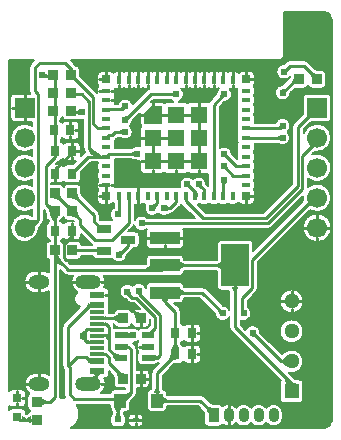
<source format=gtl>
G04 Layer: TopLayer*
G04 EasyEDA Pro v2.2.32.3, 2024-12-05 12:24:41*
G04 Gerber Generator version 0.3*
G04 Scale: 100 percent, Rotated: No, Reflected: No*
G04 Dimensions in millimeters*
G04 Leading zeros omitted, absolute positions, 3 integers and 5 decimals*
%FSLAX35Y35*%
%MOMM*%
%AMPolygonMacro1*4,1,5,-0.12499,0.72499,0.72499,0.72499,0.72499,-0.72499,-0.72499,-0.72499,-0.72499,0.12499,-0.12499,0.72499,0*%
%ADD10C,0.2032*%
%ADD11C,0.254*%
%ADD12R,0.8X0.9*%
%ADD13R,0.8X0.8*%
%ADD14R,0.86401X0.80648*%
%ADD15R,2.5021X1.1*%
%ADD16R,2.49999X1.1*%
%ADD17R,2.34X3.59999*%
%ADD18R,0.9X1.2*%
%ADD19O,0.9X1.2*%
%ADD20R,1.07201X0.532*%
%ADD21R,1.0X1.2*%
%ADD22R,0.6X0.4*%
%ADD23R,0.6X0.4*%
%ADD24R,0.80648X0.86401*%
%ADD25R,1.3X0.3*%
%ADD26R,1.3X0.6*%
%ADD27O,1.8X1.2*%
%ADD28O,2.2X1.2*%
%ADD29R,1.7X1.7*%
%ADD30C,1.7*%
%ADD31R,1.2954X1.2954*%
%ADD32C,1.2954*%
%ADD33R,0.80648X0.86401*%
%ADD34R,0.8X0.9*%
%ADD35R,0.8X0.4*%
%ADD36R,0.4X0.8*%
%ADD37R,0.8X0.4*%
%ADD38R,0.4X0.8*%
%ADD39R,0.7X0.7*%
%ADD40PolygonMacro1*%
%ADD41R,1.45001X1.45001*%
%ADD42R,1.25001X0.7*%
%ADD43C,0.61*%
G75*


G04 Copper Start*
G36*
G01X61262Y-3235140D02*
G03X35814Y-3245754I0J-35814D01*
G01X35814Y-447676D01*
G01X245715Y-447676D01*
G01X219695Y-473695D01*
G03X205486Y-508000I34305J-34305D01*
G01X205486Y-711200D01*
G03X209313Y-730086I48514J0D01*
G01X80100Y-730086D01*
G03X44286Y-765900I0J-35814D01*
G01X44286Y-935900D01*
G03X80100Y-971714I35814J0D01*
G01X230886Y-971714D01*
G01X230886Y-1003568D01*
G03X44286Y-1104900I-65786J-101332D01*
G03X230886Y-1206232I120814J0D01*
G01X230886Y-1257568D01*
G03X44286Y-1358900I-65786J-101332D01*
G03X230886Y-1460232I120814J0D01*
G01X230886Y-1511568D01*
G03X44286Y-1612900I-65786J-101332D01*
G03X230886Y-1714232I120814J0D01*
G01X230886Y-1763782D01*
G01X215814Y-1757245D01*
G03X63687Y-1932561I-50714J-109655D01*
G03X285906Y-1865503I101413J65661D01*
G01X313705Y-1837705D01*
G03X327914Y-1803400I-34305J34305D01*
G01X327914Y-1717323D01*
G01X338705Y-1728115D01*
G02X343826Y-1745341I-26417J-17227D01*
G01X343826Y-1770400D01*
G03X370964Y-1805148I35814J0D01*
G02X371450Y-1808500I-11325J-3353D01*
G01X371450Y-1809200D01*
G02X369964Y-1814935I-11811J0D01*
G03X349484Y-1847300I15334J-32365D01*
G01X349484Y-1937300D01*
G03X376271Y-1971958I35814J0D01*
G02X376784Y-1975400I-11298J-3442D01*
G01X376784Y-1976100D01*
G01X376533Y-1978521D01*
G03X343826Y-2014200I3107J-35679D01*
G01X343826Y-2100600D01*
G03X371450Y-2135465I35814J0D01*
G01X371450Y-2244870D01*
G03X317274Y-2228083I-54176J-79027D01*
G01X257274Y-2228083D01*
G03X257274Y-2419711I0J-95814D01*
G01X317274Y-2419711D01*
G03X371450Y-2402924I0J95814D01*
G01X371450Y-3108876D01*
G03X317274Y-3092089I-54176J-79027D01*
G01X257274Y-3092089D01*
G03X206466Y-3269136I0J-95814D01*
G03X187686Y-3300640I17034J-31504D01*
G01X187686Y-3381287D01*
G03X215966Y-3416300I35814J0D01*
G03X188752Y-3442637I7534J-35013D01*
G02X185400Y-3443122I-3353J11325D01*
G01X180048Y-3443122D01*
G01X177762Y-3442899D01*
G01X177762Y-3430847D01*
G03X141948Y-3395033I-35814J0D01*
G01X61948Y-3395033D01*
G03X35814Y-3406359I0J-35814D01*
G01X35814Y-3376153D01*
G03X61262Y-3386767I25448J25200D01*
G01X141262Y-3386767D01*
G03X177076Y-3350953I0J35814D01*
G01X177076Y-3270954D01*
G03X141262Y-3235140I-35814J0D01*
G01X61262Y-3235140D01*
G37*
G36*
G01X783892Y-1313404D02*
G03X781995Y-1324905I33917J-11501D01*
G01X781995Y-1364905D01*
G03X788094Y-1384897I35814J0D01*
G03X781995Y-1404889I29714J-19992D01*
G01X781995Y-1444889D01*
G03X788103Y-1464894I35814J0D01*
G03X781995Y-1484899I29706J-20005D01*
G01X781995Y-1524899D01*
G03X788096Y-1544894I35814J0D01*
G03X781991Y-1564895I29709J-20001D01*
G01X781991Y-1634895D01*
G03X817805Y-1670709I35814J0D01*
G01X887805Y-1670709D01*
G03X917799Y-1654465I0J35814D01*
G03X919290Y-1656578I29992J19574D01*
G01X919290Y-1695201D01*
G03X886426Y-1746957I33211J-57399D01*
G03X910037Y-1803536I66074J-5643D01*
G03X902301Y-1802690I-7736J-34968D01*
G01X822201Y-1802690D01*
G02X804974Y-1797570I0J31538D01*
G01X800418Y-1793013D01*
G01X800418Y-1758944D01*
G03X786208Y-1724639I-48514J0D01*
G01X651895Y-1590326D01*
G02X646774Y-1573099I26417J17227D01*
G01X646774Y-1531600D01*
G03X610960Y-1495786I-35814J0D01*
G01X530313Y-1495786D01*
G03X495300Y-1524066I0J-35814D01*
G03X460287Y-1495786I-35013J-7534D01*
G01X391414Y-1495786D01*
G01X391414Y-1490514D01*
G01X465298Y-1490514D01*
G03X495300Y-1474257I0J35814D01*
G03X525302Y-1490514I30002J19557D01*
G01X605302Y-1490514D01*
G03X641116Y-1454700I0J35814D01*
G01X641116Y-1397495D01*
G01X725208Y-1313404D01*
G01X783892Y-1313404D01*
G37*
G36*
G01X465298Y-1328886D02*
G01X428823Y-1328886D01*
G01X458236Y-1299473D01*
G01X463748Y-1299473D01*
G03X493751Y-1283216I0J35814D01*
G03X523753Y-1299473I30002J19557D01*
G01X601920Y-1299473D01*
G01X572507Y-1328886D01*
G01X525302Y-1328886D01*
G03X495300Y-1345143I0J-35814D01*
G03X465298Y-1328886I-30002J-19557D01*
G37*
G36*
G01X468478Y-2226187D02*
G01X499095Y-2256805D01*
G03X533400Y-2271014I34305J34305D01*
G01X575384Y-2271014D01*
G03X613167Y-2409959I79898J-52883D01*
G03X585523Y-2479158I42102J-56940D01*
G03X635108Y-2534783I69746J12259D01*
G01X499095Y-2670795D01*
G03X484886Y-2705100I34305J-34305D01*
G01X484886Y-3035300D01*
G03X497586Y-3068026I48514J0D01*
G01X497586Y-3276600D01*
G03X507871Y-3306469I48514J0D01*
G03X467887Y-3308681I-12571J-135231D01*
G03X468478Y-3301136I-47924J7545D01*
G01X468478Y-2226187D01*
G37*
G36*
G01X473812Y-1115255D02*
G03X482600Y-1105957I-21214J28855D01*
G03X512602Y-1122214I30002J19557D01*
G01X592602Y-1122214D01*
G03X628416Y-1086400I0J35814D01*
G01X628416Y-996400D01*
G03X592602Y-960586I-35814J0D01*
G01X512602Y-960586D01*
G03X482600Y-976843I0J-35814D01*
G03X468478Y-964299I-30002J-19557D01*
G01X468478Y-951924D01*
G03X483682Y-929620I-19808J29838D01*
G03X518695Y-957900I35013J7534D01*
G01X599342Y-957900D01*
G03X621749Y-950025I0J35814D01*
G03X662686Y-953599I25951J61025D01*
G01X662686Y-1191172D01*
G03X676866Y-1225447I48514J0D01*
G03X670808Y-1230585I28247J-39442D01*
G01X639567Y-1261826D01*
G01X639567Y-1173659D01*
G03X603753Y-1137845I-35814J0D01*
G01X523753Y-1137845D01*
G03X493751Y-1154102I0J-35814D01*
G03X473812Y-1139288I-30002J-19557D01*
G01X473812Y-1115255D01*
G37*
G36*
G01X468963Y-1805148D02*
G03X495300Y-1777934I-8676J34747D01*
G03X530313Y-1806214I35013J7534D01*
G01X566059Y-1806214D01*
G02X583285Y-1811335I0J-31538D01*
G01X583455Y-1811504D01*
G01X525302Y-1811486D01*
G03X495300Y-1827743I0J-35814D01*
G03X468735Y-1811651I-30002J-19557D01*
G01X468478Y-1809200D01*
G01X468478Y-1808500D01*
G02X468963Y-1805148I11811J0D01*
G37*
G36*
G01X473812Y-1976100D02*
G01X473812Y-1975400D01*
G02X474324Y-1971958I11811J0D01*
G03X495300Y-1956857I-9027J34658D01*
G03X525302Y-1973114I30002J19557D01*
G01X605302Y-1973114D01*
G03X641116Y-1937300I0J35814D01*
G01X641116Y-1916225D01*
G01X727695Y-2002805D01*
G03X735119Y-2008886I34305J34305D01*
G01X649060Y-2008886D01*
G02X646328Y-2008566I0J11811D01*
G03X610960Y-1978386I-35368J-5634D01*
G01X530313Y-1978386D01*
G03X495300Y-2006666I0J-35814D01*
G03X475188Y-1981632I-35013J-7534D01*
G02X473812Y-1976100I10435J5533D01*
G37*
G36*
G01X494130Y-2112318D02*
G03X495300Y-2108134I-33843J11718D01*
G03X499628Y-2119070I35013J7534D01*
G02X494130Y-2112318I167798J142267D01*
G37*
G36*
G01X1102300Y-2039314D02*
G03X1138114Y-2003500I0J35814D01*
G01X1138114Y-1933500D01*
G03X1102300Y-1897686I-35814J0D01*
G01X1041123Y-1897686D01*
G01X1082055Y-1856755D01*
G03X1091172Y-1844087I-34305J34305D01*
G03X1198960Y-1879061I64528J15287D01*
G01X1200282Y-1878012D01*
G03X1193192Y-1899403I28724J-21391D01*
G01X1193192Y-2009403D01*
G03X1229006Y-2045217I35814J0D01*
G01X1479005Y-2045217D01*
G03X1514819Y-2009403I0J35814D01*
G01X1514819Y-1899403D01*
G03X1507196Y-1877314I-35814J0D01*
G01X2222500Y-1877314D01*
G03X2256805Y-1863105I0J48514D01*
G01X2521680Y-1598229D01*
G03X2523261Y-1637230I119920J-14671D01*
G01X2100811Y-2059680D01*
G01X2100811Y-2004400D01*
G03X2064997Y-1968586I-35814J0D01*
G01X1830997Y-1968586D01*
G03X1795183Y-2004400I0J-35814D01*
G01X1795183Y-2135663D01*
G01X1792897Y-2135886D01*
G01X1517105Y-2135886D01*
G01X1514819Y-2135663D01*
G01X1514819Y-2129400D01*
G03X1479005Y-2093586I-35814J0D01*
G01X1229006Y-2093586D01*
G03X1193192Y-2129400I0J-35814D01*
G01X1193192Y-2173763D01*
G01X1190906Y-2173986D01*
G01X553495Y-2173986D01*
G01X511869Y-2132360D01*
G02X508815Y-2129245I155557J155557D01*
G03X530313Y-2136414I21498J28644D01*
G01X610960Y-2136414D01*
G03X646328Y-2106234I0J35814D01*
G02X649060Y-2105914I2732J-11491D01*
G01X739200Y-2105914D01*
G02X742356Y-2106344I0J-11811D01*
G03X777300Y-2134310I34944J7848D01*
G01X902301Y-2134310D01*
G03X910719Y-2133307I0J35814D01*
G03X982631Y-2159482I54481J37807D01*
G03X1031329Y-2100448I-17431J63982D01*
G01X1031652Y-2097658D01*
G01X1074104Y-2055205D01*
G03X1084683Y-2039314I-34305J34305D01*
G01X1102300Y-2039314D01*
G37*
G36*
G01X599207Y-492498D02*
G01X554385Y-447676D01*
G01X2324100Y-447676D01*
G03X2359914Y-411862I0J35814D01*
G01X2359914Y-35814D01*
G01X2700000Y-35814D01*
G02X2764186Y-100000I0J-64186D01*
G01X2764186Y-3500000D01*
G02X2700000Y-3564186I-64186J0D01*
G01X553974Y-3564186D01*
G03X607287Y-3364860I-58674J122486D01*
G01X889810Y-3364860D01*
G01X889810Y-3389046D01*
G03X902054Y-3416010I35814J0D01*
G02X907110Y-3427146I-9734J-11136D01*
G01X907110Y-3438378D01*
G02X902054Y-3449513I-14790J0D01*
G03X889810Y-3476478I23570J-26964D01*
G01X889810Y-3516478D01*
G03X925624Y-3552292I35814J0D01*
G01X985624Y-3552292D01*
G03X1021438Y-3516478I0J35814D01*
G01X1021438Y-3476478D01*
G03X1009194Y-3449513I-35814J0D01*
G02X1004138Y-3438378I9734J11136D01*
G01X1004138Y-3427146D01*
G01X1004362Y-3424860D01*
G01X1025624Y-3424860D01*
G03X1061438Y-3389046I0J35814D01*
G01X1061438Y-3342737D01*
G02X1070922Y-3328387I40314J-16335D01*
G01X1101105Y-3298205D01*
G03X1115314Y-3263900I-34305J34305D01*
G01X1115314Y-3224787D01*
G01X1187413Y-3224787D01*
G03X1223227Y-3188973I0J35814D01*
G01X1223227Y-3102572D01*
G03X1187413Y-3066758I-35814J0D01*
G01X1115314Y-3066758D01*
G01X1115314Y-2895600D01*
G03X1101105Y-2861295I-48514J0D01*
G01X1082724Y-2842915D01*
G03X1126120Y-2823841I-3224J66236D01*
G01X1126359Y-2824177D01*
G03X1119629Y-2845075I29085J-20898D01*
G01X1119629Y-2898276D01*
G03X1126359Y-2919173I35814J0D01*
G03X1119629Y-2940071I29085J-20898D01*
G01X1119629Y-2993272D01*
G03X1155443Y-3029086I35814J0D01*
G01X1262644Y-3029086D01*
G03X1291054Y-3015078I0J35814D01*
G03X1302264Y-3012988I-3225J48407D01*
G01X1251301Y-3063951D01*
G03X1237092Y-3098255I34305J-34305D01*
G01X1237092Y-3230946D01*
G01X1236868Y-3233232D01*
G01X1235606Y-3233232D01*
G03X1199792Y-3269046I0J-35814D01*
G01X1199792Y-3389046D01*
G03X1235606Y-3424860I35814J0D01*
G01X1335606Y-3424860D01*
G03X1371420Y-3389046I0J35814D01*
G01X1371420Y-3377784D01*
G01X1373706Y-3377560D01*
G01X1632551Y-3377560D01*
G01X1679358Y-3424367D01*
G02X1684478Y-3441594I-26417J-17227D01*
G01X1684478Y-3514392D01*
G03X1720292Y-3550206I35814J0D01*
G01X1810292Y-3550206D01*
G03X1841389Y-3532159I0J35814D01*
G03X1955792Y-3519379I50904J62767D01*
G03X2082792Y-3519379I63500J49986D01*
G03X2209792Y-3519379I63500J49986D01*
G03X2354106Y-3469392I63500J49986D01*
G01X2354106Y-3439392D01*
G03X2209792Y-3389406I-80814J0D01*
G03X2082792Y-3389406I-63500J-49986D01*
G03X1955792Y-3389406I-63500J-49986D01*
G03X1841389Y-3376625I-63500J-49986D01*
G03X1810292Y-3358578I-31096J-17767D01*
G01X1762894Y-3358578D01*
G02X1745667Y-3353458I0J31538D01*
G01X1686951Y-3294742D01*
G03X1652646Y-3280532I-34305J-34305D01*
G01X1373706Y-3280532D01*
G01X1371420Y-3280309D01*
G01X1371420Y-3269046D01*
G03X1335606Y-3233232I-35814J0D01*
G01X1334343Y-3233232D01*
G01X1334120Y-3230946D01*
G01X1334120Y-3118350D01*
G01X1430400Y-3022070D01*
G02X1447627Y-3016950I17227J-26417D01*
G01X1482725Y-3016950D01*
G03X1512727Y-3000693I0J35814D01*
G03X1542730Y-3016950I30002J19557D01*
G01X1622730Y-3016950D01*
G03X1658544Y-2981136I0J35814D01*
G01X1658544Y-2891136D01*
G03X1622730Y-2855322I-35814J0D01*
G01X1542730Y-2855322D01*
G03X1512727Y-2871579I0J-35814D01*
G03X1491752Y-2856478I-30002J-19557D01*
G02X1491239Y-2853036I11298J3442D01*
G01X1491239Y-2841436D01*
G02X1491752Y-2837994I11811J0D01*
G03X1512727Y-2822893I-9027J34658D01*
G03X1542730Y-2839150I30002J19557D01*
G01X1622730Y-2839150D01*
G03X1658544Y-2803336I0J35814D01*
G01X1658544Y-2713336D01*
G03X1622730Y-2677522I-35814J0D01*
G01X1542730Y-2677522D01*
G03X1512727Y-2693779I0J-35814D01*
G03X1491752Y-2678678I-30002J-19557D01*
G02X1491239Y-2675236I11298J3442D01*
G01X1491239Y-2583517D01*
G03X1477030Y-2549212I-48514J0D01*
G01X1433029Y-2505211D01*
G01X1479005Y-2505211D01*
G03X1514819Y-2469397I0J35814D01*
G01X1514819Y-2463134D01*
G01X1517105Y-2462911D01*
G01X1645002Y-2462911D01*
G01X1775048Y-2592958D01*
G01X1775371Y-2595748D01*
G03X1827288Y-2655573I66129J4948D01*
G03X1899483Y-2622979I14212J64773D01*
G01X1899483Y-2709997D01*
G03X1913693Y-2744302I48514J0D01*
G01X2333180Y-3163789D01*
G03X2325116Y-3186430I27750J-22641D01*
G01X2325116Y-3315970D01*
G03X2360930Y-3351784I35814J0D01*
G01X2490470Y-3351784D01*
G03X2526284Y-3315970I0J35814D01*
G01X2526284Y-3186430D01*
G03X2490470Y-3150616I-35814J0D01*
G01X2469331Y-3150616D01*
G02X2452105Y-3145496I0J31538D01*
G01X2401418Y-3094809D01*
G03X2523338Y-2973035I24282J97609D01*
G03X2358593Y-2922275I-97662J-24241D01*
G03X2350807Y-2930057I67107J-74925D01*
G01X2350494Y-2930374D01*
G03X2348025Y-2933143I25462J-25186D01*
G01X2345054Y-2936845D01*
G01X2161952Y-2753742D01*
G01X2161629Y-2750952D01*
G03X2107086Y-2690606I-66129J-4948D01*
G03X2035111Y-2728501I-11586J-65294D01*
G01X1996511Y-2689902D01*
G01X1996511Y-2653075D01*
G03X2078701Y-2620279I22789J62275D01*
G03X2055114Y-2534989I-59401J29479D01*
G01X2055114Y-2482349D01*
G01X2127202Y-2410261D01*
G03X2141411Y-2375956I-34305J34305D01*
G01X2141411Y-2156299D01*
G01X2580554Y-1717156D01*
G03X2761939Y-1602198I61046J104256D01*
G03X2563114Y-1521053I-120339J-10702D01*
G01X2563114Y-1450747D01*
G03X2760507Y-1380280I78486J91847D01*
G03X2600026Y-1245465I-118907J21380D01*
G01X2621466Y-1224024D01*
G03X2745592Y-1043405I20134J119124D01*
G03X2527514Y-1065146I-103992J-61495D01*
G01X2527514Y-1033595D01*
G01X2589395Y-971714D01*
G01X2726600Y-971714D01*
G03X2762414Y-935900I0J35814D01*
G01X2762414Y-765900D01*
G03X2726600Y-730086I-35814J0D01*
G01X2556600Y-730086D01*
G03X2520786Y-765900I0J-35814D01*
G01X2520786Y-903105D01*
G01X2444696Y-979195D01*
G03X2430486Y-1013500I34305J-34305D01*
G01X2430486Y-1495548D01*
G01X2187659Y-1738375D01*
G01X1698995Y-1738375D01*
G01X1631167Y-1670546D01*
G03X1647800Y-1664597I-3372J35655D01*
G03X1667805Y-1670705I20005J29706D01*
G01X1707805Y-1670705D01*
G03X1727797Y-1664606I0J35814D01*
G03X1747789Y-1670705I19992J29714D01*
G01X1787789Y-1670705D01*
G03X1807794Y-1664597I0J35814D01*
G03X1827799Y-1670705I20005J29706D01*
G01X1867799Y-1670705D01*
G03X1887804Y-1664597I0J35814D01*
G03X1907809Y-1670705I20005J29706D01*
G01X1947809Y-1670705D01*
G03X1977801Y-1654465I0J35814D01*
G03X2007795Y-1670709I29994J19570D01*
G01X2077795Y-1670709D01*
G03X2113609Y-1634895I0J35814D01*
G01X2113609Y-1564895D01*
G03X2107504Y-1544894I-35814J0D01*
G03X2113605Y-1524899I-29713J19995D01*
G01X2113605Y-1484899D01*
G03X2107497Y-1464894I-35814J0D01*
G03X2113605Y-1444889I-29706J20005D01*
G01X2113605Y-1404889D01*
G03X2107506Y-1384897I-35814J0D01*
G03X2113605Y-1364905I-29714J19992D01*
G01X2113605Y-1324905D01*
G03X2107497Y-1304900I-35814J0D01*
G03X2113605Y-1284895I-29706J20005D01*
G01X2113605Y-1244895D01*
G03X2107506Y-1224902I-35814J0D01*
G03X2113605Y-1204910I-29714J19992D01*
G01X2113605Y-1164910D01*
G03X2111708Y-1153409I-35814J0D01*
G01X2304033Y-1153409D01*
G01X2306231Y-1155153D01*
G03X2400027Y-1147848I43269J50253D01*
G03X2392125Y-1054100I-50527J42948D01*
G03X2389379Y-950317I-42625J50800D01*
G03X2288889Y-976396I-39879J-52983D01*
G01X2111712Y-976396D01*
G03X2113605Y-964905I-33921J11491D01*
G01X2113605Y-924905D01*
G03X2107497Y-904900I-35814J0D01*
G03X2113605Y-884895I-29706J20005D01*
G01X2113605Y-844895D01*
G03X2107506Y-824903I-35814J0D01*
G03X2113605Y-804911I-29714J19992D01*
G01X2113605Y-764911D01*
G03X2107497Y-744906I-35814J0D01*
G03X2113605Y-724901I-29706J20005D01*
G01X2113605Y-684901D01*
G03X2107504Y-664906I-35814J0D01*
G03X2113609Y-644905I-29709J20001D01*
G01X2113609Y-574905D01*
G03X2077795Y-539091I-35814J0D01*
G01X2007795Y-539091D01*
G03X1977801Y-555335I0J-35814D01*
G03X1947809Y-539095I-29992J-19574D01*
G01X1907809Y-539095D01*
G03X1887804Y-545203I0J-35814D01*
G03X1867799Y-539095I-20005J-29706D01*
G01X1827799Y-539095D01*
G03X1807794Y-545203I0J-35814D01*
G03X1787789Y-539095I-20005J-29706D01*
G01X1747789Y-539095D01*
G03X1727797Y-545194I0J-35814D01*
G03X1707805Y-539095I-19992J-29714D01*
G01X1667805Y-539095D01*
G03X1647800Y-545203I0J-35814D01*
G03X1627795Y-539095I-20005J-29706D01*
G01X1587795Y-539095D01*
G03X1567802Y-545194I0J-35814D01*
G03X1547810Y-539095I-19992J-29714D01*
G01X1507810Y-539095D01*
G03X1487805Y-545203I0J-35814D01*
G03X1467800Y-539095I-20005J-29706D01*
G01X1427800Y-539095D01*
G03X1407795Y-545203I0J-35814D01*
G03X1387790Y-539095I-20005J-29706D01*
G01X1347790Y-539095D01*
G03X1327798Y-545194I0J-35814D01*
G03X1307805Y-539095I-19992J-29714D01*
G01X1267805Y-539095D01*
G03X1247800Y-545203I0J-35814D01*
G03X1227795Y-539095I-20005J-29706D01*
G01X1187795Y-539095D01*
G03X1167803Y-545194I0J-35814D01*
G03X1147811Y-539095I-19992J-29714D01*
G01X1107811Y-539095D01*
G03X1087806Y-545203I0J-35814D01*
G03X1067801Y-539095I-20005J-29706D01*
G01X1027801Y-539095D01*
G03X1007796Y-545203I0J-35814D01*
G03X987791Y-539095I-20005J-29706D01*
G01X947791Y-539095D01*
G03X917799Y-555335I0J-35814D01*
G03X887805Y-539091I-29994J-19570D01*
G01X817805Y-539091D01*
G03X781991Y-574905I0J-35814D01*
G01X781991Y-644905D01*
G03X788096Y-664906I35814J0D01*
G03X781995Y-684901I29713J-19995D01*
G01X781995Y-724901D01*
G01X782059Y-727041D01*
G01X781104Y-726059D01*
G01X634074Y-579029D01*
G01X634074Y-528300D01*
G03X599207Y-492498I-35814J0D01*
G37*
%LPC*%
G36*
G01X1171425Y-3476478D02*
G03X1135611Y-3440664I-35814J0D01*
G01X1075611Y-3440664D01*
G03X1039797Y-3476478I0J-35814D01*
G01X1039797Y-3516478D01*
G03X1075611Y-3552292I35814J0D01*
G01X1135611Y-3552292D01*
G03X1171425Y-3516478I0J35814D01*
G01X1171425Y-3476478D01*
G37*
G36*
G01X2404442Y-600349D02*
G01X2347342Y-657448D01*
G01X2344552Y-657771D01*
G03X2302609Y-770791I4948J-66129D01*
G03X2415629Y-728848I46891J46891D01*
G01X2415952Y-726058D01*
G01X2442534Y-699476D01*
G02X2457389Y-688614I42393J-42393D01*
G01X2530387Y-688614D01*
G03X2565400Y-660334I0J35814D01*
G03X2600413Y-688614I35013J7534D01*
G01X2681060Y-688614D01*
G03X2716874Y-652800I0J35814D01*
G01X2716874Y-566400D01*
G03X2681060Y-530586I-35814J0D01*
G01X2645314Y-530586D01*
G02X2628087Y-525465I0J31538D01*
G01X2563618Y-460995D01*
G03X2529313Y-446786I-34305J-34305D01*
G01X2413000Y-446786D01*
G03X2378695Y-460995I0J-48514D01*
G01X2359864Y-479827D01*
G03X2302368Y-574695I2336J-66273D01*
G03X2412300Y-589546I59832J28595D01*
G02X2404442Y-600349I-38688J19882D01*
G37*
G36*
G01X2425700Y-2388616D02*
G03X2425700Y-2589784I0J-100584D01*
G03X2425700Y-2388616I0J100584D01*
G37*
G36*
G01X2425700Y-2642616D02*
G03X2425700Y-2843784I0J-100584D01*
G03X2425700Y-2642616I0J100584D01*
G37*
G36*
G01X2641600Y-1746086D02*
G03X2641600Y-1987714I0J-120814D01*
G03X2641600Y-1746086I0J120814D01*
G37*
%LPD*%
G36*
G01X839221Y-3141703D02*
G01X844526Y-3141703D01*
G03X880340Y-3105889I0J35814D01*
G01X880340Y-3082549D01*
G01X915158Y-3117368D01*
G02X920279Y-3134594I-26417J-17227D01*
G01X920279Y-3188973D01*
G03X956093Y-3224787I35814J0D01*
G01X1018286Y-3224787D01*
G01X1018286Y-3233232D01*
G01X925624Y-3233232D01*
G03X889831Y-3267832I0J-35814D01*
G01X808118Y-3267832D01*
G03X839221Y-3141703I-52836J79929D01*
G37*
G36*
G01X1514819Y-2359397D02*
G03X1479005Y-2323583I-35814J0D01*
G01X1229006Y-2323583D01*
G03X1193192Y-2359397I0J-35814D01*
G01X1193192Y-2379272D01*
G03X1142762Y-2335167I-62892J-21028D01*
G03X1079613Y-2357541I-12462J-65133D01*
G03X977594Y-2373539I-44563J-49109D01*
G03X1014902Y-2469829I57456J-33111D01*
G01X1018796Y-2471132D01*
G01X1021037Y-2472059D01*
G01X1021497Y-2472315D01*
G01X1021950Y-2472681D01*
G01X1042275Y-2493005D01*
G03X1076579Y-2507214I34305J34305D01*
G01X1092405Y-2507214D01*
G01X1139054Y-2553863D01*
G01X1106766Y-2553863D01*
G03X1071753Y-2582144I0J-35814D01*
G03X1036740Y-2553863I-35013J-7534D01*
G01X956093Y-2553863D01*
G03X920725Y-2584043I0J-35814D01*
G02X917993Y-2584364I-2732J11491D01*
G01X882626Y-2584364D01*
G01X880340Y-2584344D01*
G01X880340Y-2565894D01*
G03X878916Y-2555895I-35814J0D01*
G03X880340Y-2545895I-34390J9999D01*
G01X880340Y-2485895D01*
G03X878918Y-2475903I-35814J0D01*
G03X880340Y-2465911I-34392J9992D01*
G01X880340Y-2405911D01*
G03X844526Y-2370097I-35814J0D01*
G01X839221Y-2370097D01*
G03X835180Y-2271014I-83940J46200D01*
G01X1190906Y-2271014D01*
G02X1221205Y-2274354I0J-139101D01*
G03X1229006Y-2275214I7801J34954D01*
G01X1479005Y-2275214D01*
G03X1514819Y-2239400I0J35814D01*
G01X1514819Y-2233137D01*
G01X1517105Y-2232914D01*
G01X1792897Y-2232914D01*
G01X1795183Y-2233137D01*
G01X1795183Y-2364400D01*
G03X1830997Y-2400214I35814J0D01*
G01X1899260Y-2400214D01*
G01X1899483Y-2402500D01*
G01X1899483Y-2558621D01*
G03X1846448Y-2524671I-57983J-32179D01*
G01X1843658Y-2524348D01*
G01X1699402Y-2380092D01*
G03X1665097Y-2365883I-34305J-34305D01*
G01X1517105Y-2365883D01*
G01X1514819Y-2365660D01*
G01X1514819Y-2359397D01*
G37*
G36*
G01X1223986Y-2638795D02*
G01X1223986Y-2693128D01*
G01X1202849Y-2714265D01*
G01X1155443Y-2714265D01*
G03X1126120Y-2729518I0J-35814D01*
G03X1048676Y-2717964I-46620J-47161D01*
G03X1032825Y-2714265I-15852J-32115D01*
G01X925624Y-2714265D01*
G01X924814Y-2714275D01*
G01X924814Y-2705100D01*
G03X918636Y-2681409I-48514J0D01*
G01X920725Y-2681712D01*
G03X956093Y-2711892I35368J5634D01*
G01X1036740Y-2711892D01*
G03X1071753Y-2683612I0J35814D01*
G03X1106766Y-2711892I35013J7534D01*
G01X1187413Y-2711892D01*
G03X1223227Y-2676078I0J35814D01*
G01X1223227Y-2638036D01*
G01X1223986Y-2638795D01*
G37*
G36*
G01X933623Y-1164910D02*
G03X927515Y-1144905I-35814J0D01*
G03X933623Y-1124900I-29706J20005D01*
G01X933623Y-1120760D01*
G03X941179Y-1114590I-26748J40474D01*
G01X953156Y-1102614D01*
G01X970537Y-1102614D01*
G01X972744Y-1104364D01*
G03X1066533Y-1097042I43256J50264D01*
G03X1058625Y-1003300I-50533J42942D01*
G03X1082129Y-957448I-42625J50800D01*
G01X1082452Y-954658D01*
G01X1141974Y-895135D01*
G01X1141974Y-979904D01*
G03X1153423Y-1006152I35814J0D01*
G03X1141975Y-1032400I24367J-26247D01*
G01X1141975Y-1177400D01*
G01X1141978Y-1177819D01*
G03X1074340Y-1189229I-24378J-61671D01*
G01X1072137Y-1190976D01*
G01X933623Y-1190976D01*
G01X933623Y-1164910D01*
G37*
G36*
G01X1375300Y-1410725D02*
G01X1520300Y-1410725D01*
G03X1546543Y-1399283I0J35814D01*
G03X1572785Y-1410725I26242J24372D01*
G01X1717785Y-1410725D01*
G01X1719288Y-1410693D01*
G01X1719288Y-1510979D01*
G01X1704752Y-1496442D01*
G01X1704429Y-1493648D01*
G03X1590675Y-1452454I-66129J-4952D01*
G03X1507749Y-1442463I-47625J-46146D01*
G03X1480827Y-1521531I35301J-56137D01*
G03X1467800Y-1519077I-13027J-33361D01*
G01X1427800Y-1519077D01*
G03X1407795Y-1525186I0J-35814D01*
G03X1387790Y-1519077I-20005J-29706D01*
G01X1347790Y-1519077D01*
G03X1327798Y-1525177I0J-35814D01*
G03X1307805Y-1519077I-19992J-29714D01*
G01X1267805Y-1519077D01*
G03X1247800Y-1525186I0J-35814D01*
G03X1227795Y-1519077I-20005J-29706D01*
G01X1187795Y-1519077D01*
G03X1167803Y-1525177I0J-35814D01*
G03X1147811Y-1519077I-19992J-29714D01*
G01X1107811Y-1519077D01*
G03X1087806Y-1525186I0J-35814D01*
G03X1067801Y-1519077I-20005J-29706D01*
G01X1027801Y-1519077D01*
G03X1007796Y-1525186I0J-35814D01*
G03X987791Y-1519077I-20005J-29706D01*
G01X947791Y-1519077D01*
G03X933623Y-1521999I0J-35814D01*
G01X933623Y-1484899D01*
G03X927515Y-1464894I-35814J0D01*
G03X933623Y-1444889I-29706J20005D01*
G01X933623Y-1404889D01*
G03X927523Y-1384897I-35814J0D01*
G03X933623Y-1364905I-29714J19992D01*
G01X933623Y-1324905D01*
G03X927515Y-1304900I-35814J0D01*
G03X933488Y-1288004I-29706J20005D01*
G01X1072137Y-1288004D01*
G01X1074340Y-1289751D01*
G03X1141975Y-1301161I43260J50261D01*
G01X1141975Y-1374911D01*
G03X1177789Y-1410725I35814J0D01*
G01X1322790Y-1410725D01*
G03X1349045Y-1399269I0J35814D01*
G03X1375300Y-1410725I26255J24358D01*
G37*
G36*
G01X933623Y-804911D02*
G01X933623Y-764911D01*
G03X927515Y-744906I-35814J0D01*
G03X933623Y-724901I-29706J20005D01*
G01X933623Y-687801D01*
G03X947791Y-690723I14168J32892D01*
G01X987791Y-690723D01*
G03X1007796Y-684614I0J35814D01*
G03X1027801Y-690723I20005J29706D01*
G01X1067801Y-690723D01*
G03X1087806Y-684614I0J35814D01*
G03X1107811Y-690723I20005J29706D01*
G01X1147811Y-690723D01*
G03X1167803Y-684623I0J35814D01*
G03X1187795Y-690723I19992J29714D01*
G01X1216125Y-690723D01*
G03X1197595Y-702295I15775J-45877D01*
G01X1079795Y-820096D01*
G03X1017950Y-771915I-63795J-18104D01*
G03X953380Y-816376I-1950J-66285D01*
G01X931738Y-816376D01*
G03X933623Y-804911I-33929J11466D01*
G37*
G36*
G01X1198960Y-1778539D02*
G03X1096264Y-1799391I-43260J-50261D01*
G01X1096264Y-1668793D01*
G03X1107811Y-1670705I11547J33902D01*
G01X1147811Y-1670705D01*
G03X1167803Y-1664606I0J35814D01*
G03X1186051Y-1670663I19992J29714D01*
G03X1207516Y-1756776I58549J-31137D01*
G03X1295400Y-1744425I37084J54976D01*
G03X1389456Y-1752064I50800J42625D01*
G01X1391663Y-1750314D01*
G01X1397000Y-1750314D01*
G03X1431305Y-1736105I0J48514D01*
G01X1482117Y-1685292D01*
G03X1492733Y-1669312I-34305J34305D01*
G01X1493518Y-1670116D01*
G01X1603688Y-1780286D01*
G01X1201163Y-1780286D01*
G01X1198960Y-1778539D01*
G37*
G36*
G01X1404540Y-786861D02*
G03X1425636Y-799101I43260J50261D01*
G01X1375300Y-799101D01*
G03X1349047Y-810554I0J-35814D01*
G03X1322786Y-799092I-26261J-24352D01*
G01X1238018Y-799092D01*
G01X1251995Y-785114D01*
G01X1402337Y-785114D01*
G01X1404540Y-786861D01*
G37*
G36*
G01X1717785Y-799101D02*
G01X1572785Y-799101D01*
G03X1546543Y-810542I0J-35814D01*
G03X1520300Y-799101I-26242J-24372D01*
G01X1469964Y-799101D01*
G03X1512905Y-749207I-22164J62501D01*
G03X1491693Y-686891I-65105J12607D01*
G03X1507810Y-690723I16118J31982D01*
G01X1547810Y-690723D01*
G03X1567802Y-684623I0J35814D01*
G03X1587795Y-690723I19992J29714D01*
G01X1627795Y-690723D01*
G03X1647800Y-684614I0J35814D01*
G03X1667805Y-690723I20005J29706D01*
G01X1707805Y-690723D01*
G03X1727797Y-684623I0J35814D01*
G03X1747789Y-690723I19992J29714D01*
G01X1787789Y-690723D01*
G03X1807794Y-684614I0J35814D01*
G03X1810821Y-686442I20005J29706D01*
G03X1788071Y-731652I43379J-50158D01*
G01X1787748Y-734442D01*
G01X1733497Y-788694D01*
G03X1725157Y-799867I34305J-34305D01*
G03X1717785Y-799101I-7372J-35047D01*
G37*
G36*
G01X1856358Y-803052D02*
G01X1859148Y-802729D01*
G03X1901549Y-690171I-4948J66129D01*
G03X1907809Y-690723I6260J35263D01*
G01X1947809Y-690723D01*
G03X1961977Y-687801I0J35814D01*
G01X1961977Y-724901D01*
G03X1968085Y-744906I35814J0D01*
G03X1961977Y-764911I29706J-20005D01*
G01X1961977Y-804911D01*
G03X1968077Y-824903I35814J0D01*
G03X1961977Y-844895I29714J-19992D01*
G01X1961977Y-884895D01*
G03X1968085Y-904900I35814J0D01*
G03X1961977Y-924905I29706J-20005D01*
G01X1961977Y-964905D01*
G03X1968077Y-984898I35814J0D01*
G03X1961977Y-1004890I29714J-19992D01*
G01X1961977Y-1044890D01*
G03X1968085Y-1064895I35814J0D01*
G03X1961977Y-1084900I29706J-20005D01*
G01X1961977Y-1124900D01*
G03X1968085Y-1144905I35814J0D01*
G03X1961977Y-1164910I29706J-20005D01*
G01X1961977Y-1204910D01*
G03X1968077Y-1224902I35814J0D01*
G03X1961977Y-1244895I29714J-19992D01*
G01X1961977Y-1283768D01*
G01X1920652Y-1242442D01*
G01X1920329Y-1239648D01*
G03X1882685Y-1184715I-66129J-4952D01*
G03X1816316Y-1190173I-28485J-59885D01*
G01X1816316Y-843093D01*
G01X1856358Y-803052D01*
G37*
G54D10*
G01X61262Y-3235140D02*
G03X35814Y-3245754I0J-35814D01*
G01X35814Y-447676D01*
G01X245715Y-447676D01*
G01X219695Y-473695D01*
G03X205486Y-508000I34305J-34305D01*
G01X205486Y-711200D01*
G03X209313Y-730086I48514J0D01*
G01X80100Y-730086D01*
G03X44286Y-765900I0J-35814D01*
G01X44286Y-935900D01*
G03X80100Y-971714I35814J0D01*
G01X230886Y-971714D01*
G01X230886Y-1003568D01*
G03X44286Y-1104900I-65786J-101332D01*
G03X230886Y-1206232I120814J0D01*
G01X230886Y-1257568D01*
G03X44286Y-1358900I-65786J-101332D01*
G03X230886Y-1460232I120814J0D01*
G01X230886Y-1511568D01*
G03X44286Y-1612900I-65786J-101332D01*
G03X230886Y-1714232I120814J0D01*
G01X230886Y-1763782D01*
G01X215814Y-1757245D01*
G03X63687Y-1932561I-50714J-109655D01*
G03X285906Y-1865503I101413J65661D01*
G01X313705Y-1837705D01*
G03X327914Y-1803400I-34305J34305D01*
G01X327914Y-1717323D01*
G01X338705Y-1728115D01*
G02X343826Y-1745341I-26417J-17227D01*
G01X343826Y-1770400D01*
G03X370964Y-1805148I35814J0D01*
G02X371450Y-1808500I-11325J-3353D01*
G01X371450Y-1809200D01*
G02X369964Y-1814935I-11811J0D01*
G03X349484Y-1847300I15334J-32365D01*
G01X349484Y-1937300D01*
G03X376271Y-1971958I35814J0D01*
G02X376784Y-1975400I-11298J-3442D01*
G01X376784Y-1976100D01*
G01X376533Y-1978521D01*
G03X343826Y-2014200I3107J-35679D01*
G01X343826Y-2100600D01*
G03X371450Y-2135465I35814J0D01*
G01X371450Y-2244870D01*
G03X317274Y-2228083I-54176J-79027D01*
G01X257274Y-2228083D01*
G03X257274Y-2419711I0J-95814D01*
G01X317274Y-2419711D01*
G03X371450Y-2402924I0J95814D01*
G01X371450Y-3108876D01*
G03X317274Y-3092089I-54176J-79027D01*
G01X257274Y-3092089D01*
G03X206466Y-3269136I0J-95814D01*
G03X187686Y-3300640I17034J-31504D01*
G01X187686Y-3381287D01*
G03X215966Y-3416300I35814J0D01*
G03X188752Y-3442637I7534J-35013D01*
G02X185400Y-3443122I-3353J11325D01*
G01X180048Y-3443122D01*
G01X177762Y-3442899D01*
G01X177762Y-3430847D01*
G03X141948Y-3395033I-35814J0D01*
G01X61948Y-3395033D01*
G03X35814Y-3406359I0J-35814D01*
G01X35814Y-3376153D01*
G03X61262Y-3386767I25448J25200D01*
G01X141262Y-3386767D01*
G03X177076Y-3350953I0J35814D01*
G01X177076Y-3270954D01*
G03X141262Y-3235140I-35814J0D01*
G01X61262Y-3235140D01*
G01X783892Y-1313404D02*
G03X781995Y-1324905I33917J-11501D01*
G01X781995Y-1364905D01*
G03X788094Y-1384897I35814J0D01*
G03X781995Y-1404889I29714J-19992D01*
G01X781995Y-1444889D01*
G03X788103Y-1464894I35814J0D01*
G03X781995Y-1484899I29706J-20005D01*
G01X781995Y-1524899D01*
G03X788096Y-1544894I35814J0D01*
G03X781991Y-1564895I29709J-20001D01*
G01X781991Y-1634895D01*
G03X817805Y-1670709I35814J0D01*
G01X887805Y-1670709D01*
G03X917799Y-1654465I0J35814D01*
G03X919290Y-1656578I29992J19574D01*
G01X919290Y-1695201D01*
G03X886426Y-1746957I33211J-57399D01*
G03X910037Y-1803536I66074J-5643D01*
G03X902301Y-1802690I-7736J-34968D01*
G01X822201Y-1802690D01*
G02X804974Y-1797570I0J31538D01*
G01X800418Y-1793013D01*
G01X800418Y-1758944D01*
G03X786208Y-1724639I-48514J0D01*
G01X651895Y-1590326D01*
G02X646774Y-1573099I26417J17227D01*
G01X646774Y-1531600D01*
G03X610960Y-1495786I-35814J0D01*
G01X530313Y-1495786D01*
G03X495300Y-1524066I0J-35814D01*
G03X460287Y-1495786I-35013J-7534D01*
G01X391414Y-1495786D01*
G01X391414Y-1490514D01*
G01X465298Y-1490514D01*
G03X495300Y-1474257I0J35814D01*
G03X525302Y-1490514I30002J19557D01*
G01X605302Y-1490514D01*
G03X641116Y-1454700I0J35814D01*
G01X641116Y-1397495D01*
G01X725208Y-1313404D01*
G01X783892Y-1313404D01*
G01X465298Y-1328886D02*
G01X428823Y-1328886D01*
G01X458236Y-1299473D01*
G01X463748Y-1299473D01*
G03X493751Y-1283216I0J35814D01*
G03X523753Y-1299473I30002J19557D01*
G01X601920Y-1299473D01*
G01X572507Y-1328886D01*
G01X525302Y-1328886D01*
G03X495300Y-1345143I0J-35814D01*
G03X465298Y-1328886I-30002J-19557D01*
G01X468478Y-2226187D02*
G01X499095Y-2256805D01*
G03X533400Y-2271014I34305J34305D01*
G01X575384Y-2271014D01*
G03X613167Y-2409959I79898J-52883D01*
G03X585523Y-2479158I42102J-56940D01*
G03X635108Y-2534783I69746J12259D01*
G01X499095Y-2670795D01*
G03X484886Y-2705100I34305J-34305D01*
G01X484886Y-3035300D01*
G03X497586Y-3068026I48514J0D01*
G01X497586Y-3276600D01*
G03X507871Y-3306469I48514J0D01*
G03X467887Y-3308681I-12571J-135231D01*
G03X468478Y-3301136I-47924J7545D01*
G01X468478Y-2226187D01*
G01X473812Y-1115255D02*
G03X482600Y-1105957I-21214J28855D01*
G03X512602Y-1122214I30002J19557D01*
G01X592602Y-1122214D01*
G03X628416Y-1086400I0J35814D01*
G01X628416Y-996400D01*
G03X592602Y-960586I-35814J0D01*
G01X512602Y-960586D01*
G03X482600Y-976843I0J-35814D01*
G03X468478Y-964299I-30002J-19557D01*
G01X468478Y-951924D01*
G03X483682Y-929620I-19808J29838D01*
G03X518695Y-957900I35013J7534D01*
G01X599342Y-957900D01*
G03X621749Y-950025I0J35814D01*
G03X662686Y-953599I25951J61025D01*
G01X662686Y-1191172D01*
G03X676866Y-1225447I48514J0D01*
G03X670808Y-1230585I28247J-39442D01*
G01X639567Y-1261826D01*
G01X639567Y-1173659D01*
G03X603753Y-1137845I-35814J0D01*
G01X523753Y-1137845D01*
G03X493751Y-1154102I0J-35814D01*
G03X473812Y-1139288I-30002J-19557D01*
G01X473812Y-1115255D01*
G01X468963Y-1805148D02*
G03X495300Y-1777934I-8676J34747D01*
G03X530313Y-1806214I35013J7534D01*
G01X566059Y-1806214D01*
G02X583285Y-1811335I0J-31538D01*
G01X583455Y-1811504D01*
G01X525302Y-1811486D01*
G03X495300Y-1827743I0J-35814D01*
G03X468735Y-1811651I-30002J-19557D01*
G01X468478Y-1809200D01*
G01X468478Y-1808500D01*
G02X468963Y-1805148I11811J0D01*
G01X473812Y-1976100D02*
G01X473812Y-1975400D01*
G02X474324Y-1971958I11811J0D01*
G03X495300Y-1956857I-9027J34658D01*
G03X525302Y-1973114I30002J19557D01*
G01X605302Y-1973114D01*
G03X641116Y-1937300I0J35814D01*
G01X641116Y-1916225D01*
G01X727695Y-2002805D01*
G03X735119Y-2008886I34305J34305D01*
G01X649060Y-2008886D01*
G02X646328Y-2008566I0J11811D01*
G03X610960Y-1978386I-35368J-5634D01*
G01X530313Y-1978386D01*
G03X495300Y-2006666I0J-35814D01*
G03X475188Y-1981632I-35013J-7534D01*
G02X473812Y-1976100I10435J5533D01*
G01X494130Y-2112318D02*
G03X495300Y-2108134I-33843J11718D01*
G03X499628Y-2119070I35013J7534D01*
G02X494130Y-2112318I167798J142267D01*
G01X1102300Y-2039314D02*
G03X1138114Y-2003500I0J35814D01*
G01X1138114Y-1933500D01*
G03X1102300Y-1897686I-35814J0D01*
G01X1041123Y-1897686D01*
G01X1082055Y-1856755D01*
G03X1091172Y-1844087I-34305J34305D01*
G03X1198960Y-1879061I64528J15287D01*
G01X1200282Y-1878012D01*
G03X1193192Y-1899403I28724J-21391D01*
G01X1193192Y-2009403D01*
G03X1229006Y-2045217I35814J0D01*
G01X1479005Y-2045217D01*
G03X1514819Y-2009403I0J35814D01*
G01X1514819Y-1899403D01*
G03X1507196Y-1877314I-35814J0D01*
G01X2222500Y-1877314D01*
G03X2256805Y-1863105I0J48514D01*
G01X2521680Y-1598229D01*
G03X2523261Y-1637230I119920J-14671D01*
G01X2100811Y-2059680D01*
G01X2100811Y-2004400D01*
G03X2064997Y-1968586I-35814J0D01*
G01X1830997Y-1968586D01*
G03X1795183Y-2004400I0J-35814D01*
G01X1795183Y-2135663D01*
G01X1792897Y-2135886D01*
G01X1517105Y-2135886D01*
G01X1514819Y-2135663D01*
G01X1514819Y-2129400D01*
G03X1479005Y-2093586I-35814J0D01*
G01X1229006Y-2093586D01*
G03X1193192Y-2129400I0J-35814D01*
G01X1193192Y-2173763D01*
G01X1190906Y-2173986D01*
G01X553495Y-2173986D01*
G01X511869Y-2132360D01*
G02X508815Y-2129245I155557J155557D01*
G03X530313Y-2136414I21498J28644D01*
G01X610960Y-2136414D01*
G03X646328Y-2106234I0J35814D01*
G02X649060Y-2105914I2732J-11491D01*
G01X739200Y-2105914D01*
G02X742356Y-2106344I0J-11811D01*
G03X777300Y-2134310I34944J7848D01*
G01X902301Y-2134310D01*
G03X910719Y-2133307I0J35814D01*
G03X982631Y-2159482I54481J37807D01*
G03X1031329Y-2100448I-17431J63982D01*
G01X1031652Y-2097658D01*
G01X1074104Y-2055205D01*
G03X1084683Y-2039314I-34305J34305D01*
G01X1102300Y-2039314D01*
G01X599207Y-492498D02*
G01X554385Y-447676D01*
G01X2324100Y-447676D01*
G03X2359914Y-411862I0J35814D01*
G01X2359914Y-35814D01*
G01X2700000Y-35814D01*
G02X2764186Y-100000I0J-64186D01*
G01X2764186Y-3500000D01*
G02X2700000Y-3564186I-64186J0D01*
G01X553974Y-3564186D01*
G03X607287Y-3364860I-58674J122486D01*
G01X889810Y-3364860D01*
G01X889810Y-3389046D01*
G03X902054Y-3416010I35814J0D01*
G02X907110Y-3427146I-9734J-11136D01*
G01X907110Y-3438378D01*
G02X902054Y-3449513I-14790J0D01*
G03X889810Y-3476478I23570J-26964D01*
G01X889810Y-3516478D01*
G03X925624Y-3552292I35814J0D01*
G01X985624Y-3552292D01*
G03X1021438Y-3516478I0J35814D01*
G01X1021438Y-3476478D01*
G03X1009194Y-3449513I-35814J0D01*
G02X1004138Y-3438378I9734J11136D01*
G01X1004138Y-3427146D01*
G01X1004362Y-3424860D01*
G01X1025624Y-3424860D01*
G03X1061438Y-3389046I0J35814D01*
G01X1061438Y-3342737D01*
G02X1070922Y-3328387I40314J-16335D01*
G01X1101105Y-3298205D01*
G03X1115314Y-3263900I-34305J34305D01*
G01X1115314Y-3224787D01*
G01X1187413Y-3224787D01*
G03X1223227Y-3188973I0J35814D01*
G01X1223227Y-3102572D01*
G03X1187413Y-3066758I-35814J0D01*
G01X1115314Y-3066758D01*
G01X1115314Y-2895600D01*
G03X1101105Y-2861295I-48514J0D01*
G01X1082724Y-2842915D01*
G03X1126120Y-2823841I-3224J66236D01*
G01X1126359Y-2824177D01*
G03X1119629Y-2845075I29085J-20898D01*
G01X1119629Y-2898276D01*
G03X1126359Y-2919173I35814J0D01*
G03X1119629Y-2940071I29085J-20898D01*
G01X1119629Y-2993272D01*
G03X1155443Y-3029086I35814J0D01*
G01X1262644Y-3029086D01*
G03X1291054Y-3015078I0J35814D01*
G03X1302264Y-3012988I-3225J48407D01*
G01X1251301Y-3063951D01*
G03X1237092Y-3098255I34305J-34305D01*
G01X1237092Y-3230946D01*
G01X1236868Y-3233232D01*
G01X1235606Y-3233232D01*
G03X1199792Y-3269046I0J-35814D01*
G01X1199792Y-3389046D01*
G03X1235606Y-3424860I35814J0D01*
G01X1335606Y-3424860D01*
G03X1371420Y-3389046I0J35814D01*
G01X1371420Y-3377784D01*
G01X1373706Y-3377560D01*
G01X1632551Y-3377560D01*
G01X1679358Y-3424367D01*
G02X1684478Y-3441594I-26417J-17227D01*
G01X1684478Y-3514392D01*
G03X1720292Y-3550206I35814J0D01*
G01X1810292Y-3550206D01*
G03X1841389Y-3532159I0J35814D01*
G03X1955792Y-3519379I50904J62767D01*
G03X2082792Y-3519379I63500J49986D01*
G03X2209792Y-3519379I63500J49986D01*
G03X2354106Y-3469392I63500J49986D01*
G01X2354106Y-3439392D01*
G03X2209792Y-3389406I-80814J0D01*
G03X2082792Y-3389406I-63500J-49986D01*
G03X1955792Y-3389406I-63500J-49986D01*
G03X1841389Y-3376625I-63500J-49986D01*
G03X1810292Y-3358578I-31096J-17767D01*
G01X1762894Y-3358578D01*
G02X1745667Y-3353458I0J31538D01*
G01X1686951Y-3294742D01*
G03X1652646Y-3280532I-34305J-34305D01*
G01X1373706Y-3280532D01*
G01X1371420Y-3280309D01*
G01X1371420Y-3269046D01*
G03X1335606Y-3233232I-35814J0D01*
G01X1334343Y-3233232D01*
G01X1334120Y-3230946D01*
G01X1334120Y-3118350D01*
G01X1430400Y-3022070D01*
G02X1447627Y-3016950I17227J-26417D01*
G01X1482725Y-3016950D01*
G03X1512727Y-3000693I0J35814D01*
G03X1542730Y-3016950I30002J19557D01*
G01X1622730Y-3016950D01*
G03X1658544Y-2981136I0J35814D01*
G01X1658544Y-2891136D01*
G03X1622730Y-2855322I-35814J0D01*
G01X1542730Y-2855322D01*
G03X1512727Y-2871579I0J-35814D01*
G03X1491752Y-2856478I-30002J-19557D01*
G02X1491239Y-2853036I11298J3442D01*
G01X1491239Y-2841436D01*
G02X1491752Y-2837994I11811J0D01*
G03X1512727Y-2822893I-9027J34658D01*
G03X1542730Y-2839150I30002J19557D01*
G01X1622730Y-2839150D01*
G03X1658544Y-2803336I0J35814D01*
G01X1658544Y-2713336D01*
G03X1622730Y-2677522I-35814J0D01*
G01X1542730Y-2677522D01*
G03X1512727Y-2693779I0J-35814D01*
G03X1491752Y-2678678I-30002J-19557D01*
G02X1491239Y-2675236I11298J3442D01*
G01X1491239Y-2583517D01*
G03X1477030Y-2549212I-48514J0D01*
G01X1433029Y-2505211D01*
G01X1479005Y-2505211D01*
G03X1514819Y-2469397I0J35814D01*
G01X1514819Y-2463134D01*
G01X1517105Y-2462911D01*
G01X1645002Y-2462911D01*
G01X1775048Y-2592958D01*
G01X1775371Y-2595748D01*
G03X1827288Y-2655573I66129J4948D01*
G03X1899483Y-2622979I14212J64773D01*
G01X1899483Y-2709997D01*
G03X1913693Y-2744302I48514J0D01*
G01X2333180Y-3163789D01*
G03X2325116Y-3186430I27750J-22641D01*
G01X2325116Y-3315970D01*
G03X2360930Y-3351784I35814J0D01*
G01X2490470Y-3351784D01*
G03X2526284Y-3315970I0J35814D01*
G01X2526284Y-3186430D01*
G03X2490470Y-3150616I-35814J0D01*
G01X2469331Y-3150616D01*
G02X2452105Y-3145496I0J31538D01*
G01X2401418Y-3094809D01*
G03X2523338Y-2973035I24282J97609D01*
G03X2358593Y-2922275I-97662J-24241D01*
G03X2350807Y-2930057I67107J-74925D01*
G01X2350494Y-2930374D01*
G03X2348025Y-2933143I25462J-25186D01*
G01X2345054Y-2936845D01*
G01X2161952Y-2753742D01*
G01X2161629Y-2750952D01*
G03X2107086Y-2690606I-66129J-4948D01*
G03X2035111Y-2728501I-11586J-65294D01*
G01X1996511Y-2689902D01*
G01X1996511Y-2653075D01*
G03X2078701Y-2620279I22789J62275D01*
G03X2055114Y-2534989I-59401J29479D01*
G01X2055114Y-2482349D01*
G01X2127202Y-2410261D01*
G03X2141411Y-2375956I-34305J34305D01*
G01X2141411Y-2156299D01*
G01X2580554Y-1717156D01*
G03X2761939Y-1602198I61046J104256D01*
G03X2563114Y-1521053I-120339J-10702D01*
G01X2563114Y-1450747D01*
G03X2760507Y-1380280I78486J91847D01*
G03X2600026Y-1245465I-118907J21380D01*
G01X2621466Y-1224024D01*
G03X2745592Y-1043405I20134J119124D01*
G03X2527514Y-1065146I-103992J-61495D01*
G01X2527514Y-1033595D01*
G01X2589395Y-971714D01*
G01X2726600Y-971714D01*
G03X2762414Y-935900I0J35814D01*
G01X2762414Y-765900D01*
G03X2726600Y-730086I-35814J0D01*
G01X2556600Y-730086D01*
G03X2520786Y-765900I0J-35814D01*
G01X2520786Y-903105D01*
G01X2444696Y-979195D01*
G03X2430486Y-1013500I34305J-34305D01*
G01X2430486Y-1495548D01*
G01X2187659Y-1738375D01*
G01X1698995Y-1738375D01*
G01X1631167Y-1670546D01*
G03X1647800Y-1664597I-3372J35655D01*
G03X1667805Y-1670705I20005J29706D01*
G01X1707805Y-1670705D01*
G03X1727797Y-1664606I0J35814D01*
G03X1747789Y-1670705I19992J29714D01*
G01X1787789Y-1670705D01*
G03X1807794Y-1664597I0J35814D01*
G03X1827799Y-1670705I20005J29706D01*
G01X1867799Y-1670705D01*
G03X1887804Y-1664597I0J35814D01*
G03X1907809Y-1670705I20005J29706D01*
G01X1947809Y-1670705D01*
G03X1977801Y-1654465I0J35814D01*
G03X2007795Y-1670709I29994J19570D01*
G01X2077795Y-1670709D01*
G03X2113609Y-1634895I0J35814D01*
G01X2113609Y-1564895D01*
G03X2107504Y-1544894I-35814J0D01*
G03X2113605Y-1524899I-29713J19995D01*
G01X2113605Y-1484899D01*
G03X2107497Y-1464894I-35814J0D01*
G03X2113605Y-1444889I-29706J20005D01*
G01X2113605Y-1404889D01*
G03X2107506Y-1384897I-35814J0D01*
G03X2113605Y-1364905I-29714J19992D01*
G01X2113605Y-1324905D01*
G03X2107497Y-1304900I-35814J0D01*
G03X2113605Y-1284895I-29706J20005D01*
G01X2113605Y-1244895D01*
G03X2107506Y-1224902I-35814J0D01*
G03X2113605Y-1204910I-29714J19992D01*
G01X2113605Y-1164910D01*
G03X2111708Y-1153409I-35814J0D01*
G01X2304033Y-1153409D01*
G01X2306231Y-1155153D01*
G03X2400027Y-1147848I43269J50253D01*
G03X2392125Y-1054100I-50527J42948D01*
G03X2389379Y-950317I-42625J50800D01*
G03X2288889Y-976396I-39879J-52983D01*
G01X2111712Y-976396D01*
G03X2113605Y-964905I-33921J11491D01*
G01X2113605Y-924905D01*
G03X2107497Y-904900I-35814J0D01*
G03X2113605Y-884895I-29706J20005D01*
G01X2113605Y-844895D01*
G03X2107506Y-824903I-35814J0D01*
G03X2113605Y-804911I-29714J19992D01*
G01X2113605Y-764911D01*
G03X2107497Y-744906I-35814J0D01*
G03X2113605Y-724901I-29706J20005D01*
G01X2113605Y-684901D01*
G03X2107504Y-664906I-35814J0D01*
G03X2113609Y-644905I-29709J20001D01*
G01X2113609Y-574905D01*
G03X2077795Y-539091I-35814J0D01*
G01X2007795Y-539091D01*
G03X1977801Y-555335I0J-35814D01*
G03X1947809Y-539095I-29992J-19574D01*
G01X1907809Y-539095D01*
G03X1887804Y-545203I0J-35814D01*
G03X1867799Y-539095I-20005J-29706D01*
G01X1827799Y-539095D01*
G03X1807794Y-545203I0J-35814D01*
G03X1787789Y-539095I-20005J-29706D01*
G01X1747789Y-539095D01*
G03X1727797Y-545194I0J-35814D01*
G03X1707805Y-539095I-19992J-29714D01*
G01X1667805Y-539095D01*
G03X1647800Y-545203I0J-35814D01*
G03X1627795Y-539095I-20005J-29706D01*
G01X1587795Y-539095D01*
G03X1567802Y-545194I0J-35814D01*
G03X1547810Y-539095I-19992J-29714D01*
G01X1507810Y-539095D01*
G03X1487805Y-545203I0J-35814D01*
G03X1467800Y-539095I-20005J-29706D01*
G01X1427800Y-539095D01*
G03X1407795Y-545203I0J-35814D01*
G03X1387790Y-539095I-20005J-29706D01*
G01X1347790Y-539095D01*
G03X1327798Y-545194I0J-35814D01*
G03X1307805Y-539095I-19992J-29714D01*
G01X1267805Y-539095D01*
G03X1247800Y-545203I0J-35814D01*
G03X1227795Y-539095I-20005J-29706D01*
G01X1187795Y-539095D01*
G03X1167803Y-545194I0J-35814D01*
G03X1147811Y-539095I-19992J-29714D01*
G01X1107811Y-539095D01*
G03X1087806Y-545203I0J-35814D01*
G03X1067801Y-539095I-20005J-29706D01*
G01X1027801Y-539095D01*
G03X1007796Y-545203I0J-35814D01*
G03X987791Y-539095I-20005J-29706D01*
G01X947791Y-539095D01*
G03X917799Y-555335I0J-35814D01*
G03X887805Y-539091I-29994J-19570D01*
G01X817805Y-539091D01*
G03X781991Y-574905I0J-35814D01*
G01X781991Y-644905D01*
G03X788096Y-664906I35814J0D01*
G03X781995Y-684901I29713J-19995D01*
G01X781995Y-724901D01*
G01X782059Y-727041D01*
G01X781104Y-726059D01*
G01X634074Y-579029D01*
G01X634074Y-528300D01*
G03X599207Y-492498I-35814J0D01*
G01X1171425Y-3476478D02*
G03X1135611Y-3440664I-35814J0D01*
G01X1075611Y-3440664D01*
G03X1039797Y-3476478I0J-35814D01*
G01X1039797Y-3516478D01*
G03X1075611Y-3552292I35814J0D01*
G01X1135611Y-3552292D01*
G03X1171425Y-3516478I0J35814D01*
G01X1171425Y-3476478D01*
G01X2404442Y-600349D02*
G01X2347342Y-657448D01*
G01X2344552Y-657771D01*
G03X2302609Y-770791I4948J-66129D01*
G03X2415629Y-728848I46891J46891D01*
G01X2415952Y-726058D01*
G01X2442534Y-699476D01*
G02X2457389Y-688614I42393J-42393D01*
G01X2530387Y-688614D01*
G03X2565400Y-660334I0J35814D01*
G03X2600413Y-688614I35013J7534D01*
G01X2681060Y-688614D01*
G03X2716874Y-652800I0J35814D01*
G01X2716874Y-566400D01*
G03X2681060Y-530586I-35814J0D01*
G01X2645314Y-530586D01*
G02X2628087Y-525465I0J31538D01*
G01X2563618Y-460995D01*
G03X2529313Y-446786I-34305J-34305D01*
G01X2413000Y-446786D01*
G03X2378695Y-460995I0J-48514D01*
G01X2359864Y-479827D01*
G03X2302368Y-574695I2336J-66273D01*
G03X2412300Y-589546I59832J28595D01*
G02X2404442Y-600349I-38688J19882D01*
G01X2425700Y-2388616D02*
G03X2425700Y-2589784I0J-100584D01*
G03X2425700Y-2388616I0J100584D01*
G01X2425700Y-2642616D02*
G03X2425700Y-2843784I0J-100584D01*
G03X2425700Y-2642616I0J100584D01*
G01X2641600Y-1746086D02*
G03X2641600Y-1987714I0J-120814D01*
G03X2641600Y-1746086I0J120814D01*
G01X839221Y-3141703D02*
G01X844526Y-3141703D01*
G03X880340Y-3105889I0J35814D01*
G01X880340Y-3082549D01*
G01X915158Y-3117368D01*
G02X920279Y-3134594I-26417J-17227D01*
G01X920279Y-3188973D01*
G03X956093Y-3224787I35814J0D01*
G01X1018286Y-3224787D01*
G01X1018286Y-3233232D01*
G01X925624Y-3233232D01*
G03X889831Y-3267832I0J-35814D01*
G01X808118Y-3267832D01*
G03X839221Y-3141703I-52836J79929D01*
G01X1514819Y-2359397D02*
G03X1479005Y-2323583I-35814J0D01*
G01X1229006Y-2323583D01*
G03X1193192Y-2359397I0J-35814D01*
G01X1193192Y-2379272D01*
G03X1142762Y-2335167I-62892J-21028D01*
G03X1079613Y-2357541I-12462J-65133D01*
G03X977594Y-2373539I-44563J-49109D01*
G03X1014902Y-2469829I57456J-33111D01*
G01X1018796Y-2471132D01*
G01X1021037Y-2472059D01*
G01X1021497Y-2472315D01*
G01X1021950Y-2472681D01*
G01X1042275Y-2493005D01*
G03X1076579Y-2507214I34305J34305D01*
G01X1092405Y-2507214D01*
G01X1139054Y-2553863D01*
G01X1106766Y-2553863D01*
G03X1071753Y-2582144I0J-35814D01*
G03X1036740Y-2553863I-35013J-7534D01*
G01X956093Y-2553863D01*
G03X920725Y-2584043I0J-35814D01*
G02X917993Y-2584364I-2732J11491D01*
G01X882626Y-2584364D01*
G01X880340Y-2584344D01*
G01X880340Y-2565894D01*
G03X878916Y-2555895I-35814J0D01*
G03X880340Y-2545895I-34390J9999D01*
G01X880340Y-2485895D01*
G03X878918Y-2475903I-35814J0D01*
G03X880340Y-2465911I-34392J9992D01*
G01X880340Y-2405911D01*
G03X844526Y-2370097I-35814J0D01*
G01X839221Y-2370097D01*
G03X835180Y-2271014I-83940J46200D01*
G01X1190906Y-2271014D01*
G02X1221205Y-2274354I0J-139101D01*
G03X1229006Y-2275214I7801J34954D01*
G01X1479005Y-2275214D01*
G03X1514819Y-2239400I0J35814D01*
G01X1514819Y-2233137D01*
G01X1517105Y-2232914D01*
G01X1792897Y-2232914D01*
G01X1795183Y-2233137D01*
G01X1795183Y-2364400D01*
G03X1830997Y-2400214I35814J0D01*
G01X1899260Y-2400214D01*
G01X1899483Y-2402500D01*
G01X1899483Y-2558621D01*
G03X1846448Y-2524671I-57983J-32179D01*
G01X1843658Y-2524348D01*
G01X1699402Y-2380092D01*
G03X1665097Y-2365883I-34305J-34305D01*
G01X1517105Y-2365883D01*
G01X1514819Y-2365660D01*
G01X1514819Y-2359397D01*
G01X1223986Y-2638795D02*
G01X1223986Y-2693128D01*
G01X1202849Y-2714265D01*
G01X1155443Y-2714265D01*
G03X1126120Y-2729518I0J-35814D01*
G03X1048676Y-2717964I-46620J-47161D01*
G03X1032825Y-2714265I-15852J-32115D01*
G01X925624Y-2714265D01*
G01X924814Y-2714275D01*
G01X924814Y-2705100D01*
G03X918636Y-2681409I-48514J0D01*
G01X920725Y-2681712D01*
G03X956093Y-2711892I35368J5634D01*
G01X1036740Y-2711892D01*
G03X1071753Y-2683612I0J35814D01*
G03X1106766Y-2711892I35013J7534D01*
G01X1187413Y-2711892D01*
G03X1223227Y-2676078I0J35814D01*
G01X1223227Y-2638036D01*
G01X1223986Y-2638795D01*
G01X933623Y-1164910D02*
G03X927515Y-1144905I-35814J0D01*
G03X933623Y-1124900I-29706J20005D01*
G01X933623Y-1120760D01*
G03X941179Y-1114590I-26748J40474D01*
G01X953156Y-1102614D01*
G01X970537Y-1102614D01*
G01X972744Y-1104364D01*
G03X1066533Y-1097042I43256J50264D01*
G03X1058625Y-1003300I-50533J42942D01*
G03X1082129Y-957448I-42625J50800D01*
G01X1082452Y-954658D01*
G01X1141974Y-895135D01*
G01X1141974Y-979904D01*
G03X1153423Y-1006152I35814J0D01*
G03X1141975Y-1032400I24367J-26247D01*
G01X1141975Y-1177400D01*
G01X1141978Y-1177819D01*
G03X1074340Y-1189229I-24378J-61671D01*
G01X1072137Y-1190976D01*
G01X933623Y-1190976D01*
G01X933623Y-1164910D01*
G01X1375300Y-1410725D02*
G01X1520300Y-1410725D01*
G03X1546543Y-1399283I0J35814D01*
G03X1572785Y-1410725I26242J24372D01*
G01X1717785Y-1410725D01*
G01X1719288Y-1410693D01*
G01X1719288Y-1510979D01*
G01X1704752Y-1496442D01*
G01X1704429Y-1493648D01*
G03X1590675Y-1452454I-66129J-4952D01*
G03X1507749Y-1442463I-47625J-46146D01*
G03X1480827Y-1521531I35301J-56137D01*
G03X1467800Y-1519077I-13027J-33361D01*
G01X1427800Y-1519077D01*
G03X1407795Y-1525186I0J-35814D01*
G03X1387790Y-1519077I-20005J-29706D01*
G01X1347790Y-1519077D01*
G03X1327798Y-1525177I0J-35814D01*
G03X1307805Y-1519077I-19992J-29714D01*
G01X1267805Y-1519077D01*
G03X1247800Y-1525186I0J-35814D01*
G03X1227795Y-1519077I-20005J-29706D01*
G01X1187795Y-1519077D01*
G03X1167803Y-1525177I0J-35814D01*
G03X1147811Y-1519077I-19992J-29714D01*
G01X1107811Y-1519077D01*
G03X1087806Y-1525186I0J-35814D01*
G03X1067801Y-1519077I-20005J-29706D01*
G01X1027801Y-1519077D01*
G03X1007796Y-1525186I0J-35814D01*
G03X987791Y-1519077I-20005J-29706D01*
G01X947791Y-1519077D01*
G03X933623Y-1521999I0J-35814D01*
G01X933623Y-1484899D01*
G03X927515Y-1464894I-35814J0D01*
G03X933623Y-1444889I-29706J20005D01*
G01X933623Y-1404889D01*
G03X927523Y-1384897I-35814J0D01*
G03X933623Y-1364905I-29714J19992D01*
G01X933623Y-1324905D01*
G03X927515Y-1304900I-35814J0D01*
G03X933488Y-1288004I-29706J20005D01*
G01X1072137Y-1288004D01*
G01X1074340Y-1289751D01*
G03X1141975Y-1301161I43260J50261D01*
G01X1141975Y-1374911D01*
G03X1177789Y-1410725I35814J0D01*
G01X1322790Y-1410725D01*
G03X1349045Y-1399269I0J35814D01*
G03X1375300Y-1410725I26255J24358D01*
G01X933623Y-804911D02*
G01X933623Y-764911D01*
G03X927515Y-744906I-35814J0D01*
G03X933623Y-724901I-29706J20005D01*
G01X933623Y-687801D01*
G03X947791Y-690723I14168J32892D01*
G01X987791Y-690723D01*
G03X1007796Y-684614I0J35814D01*
G03X1027801Y-690723I20005J29706D01*
G01X1067801Y-690723D01*
G03X1087806Y-684614I0J35814D01*
G03X1107811Y-690723I20005J29706D01*
G01X1147811Y-690723D01*
G03X1167803Y-684623I0J35814D01*
G03X1187795Y-690723I19992J29714D01*
G01X1216125Y-690723D01*
G03X1197595Y-702295I15775J-45877D01*
G01X1079795Y-820096D01*
G03X1017950Y-771915I-63795J-18104D01*
G03X953380Y-816376I-1950J-66285D01*
G01X931738Y-816376D01*
G03X933623Y-804911I-33929J11466D01*
G01X1198960Y-1778539D02*
G03X1096264Y-1799391I-43260J-50261D01*
G01X1096264Y-1668793D01*
G03X1107811Y-1670705I11547J33902D01*
G01X1147811Y-1670705D01*
G03X1167803Y-1664606I0J35814D01*
G03X1186051Y-1670663I19992J29714D01*
G03X1207516Y-1756776I58549J-31137D01*
G03X1295400Y-1744425I37084J54976D01*
G03X1389456Y-1752064I50800J42625D01*
G01X1391663Y-1750314D01*
G01X1397000Y-1750314D01*
G03X1431305Y-1736105I0J48514D01*
G01X1482117Y-1685292D01*
G03X1492733Y-1669312I-34305J34305D01*
G01X1493518Y-1670116D01*
G01X1603688Y-1780286D01*
G01X1201163Y-1780286D01*
G01X1198960Y-1778539D01*
G01X1404540Y-786861D02*
G03X1425636Y-799101I43260J50261D01*
G01X1375300Y-799101D01*
G03X1349047Y-810554I0J-35814D01*
G03X1322786Y-799092I-26261J-24352D01*
G01X1238018Y-799092D01*
G01X1251995Y-785114D01*
G01X1402337Y-785114D01*
G01X1404540Y-786861D01*
G01X1717785Y-799101D02*
G01X1572785Y-799101D01*
G03X1546543Y-810542I0J-35814D01*
G03X1520300Y-799101I-26242J-24372D01*
G01X1469964Y-799101D01*
G03X1512905Y-749207I-22164J62501D01*
G03X1491693Y-686891I-65105J12607D01*
G03X1507810Y-690723I16118J31982D01*
G01X1547810Y-690723D01*
G03X1567802Y-684623I0J35814D01*
G03X1587795Y-690723I19992J29714D01*
G01X1627795Y-690723D01*
G03X1647800Y-684614I0J35814D01*
G03X1667805Y-690723I20005J29706D01*
G01X1707805Y-690723D01*
G03X1727797Y-684623I0J35814D01*
G03X1747789Y-690723I19992J29714D01*
G01X1787789Y-690723D01*
G03X1807794Y-684614I0J35814D01*
G03X1810821Y-686442I20005J29706D01*
G03X1788071Y-731652I43379J-50158D01*
G01X1787748Y-734442D01*
G01X1733497Y-788694D01*
G03X1725157Y-799867I34305J-34305D01*
G03X1717785Y-799101I-7372J-35047D01*
G01X1856358Y-803052D02*
G01X1859148Y-802729D01*
G03X1901549Y-690171I-4948J66129D01*
G03X1907809Y-690723I6260J35263D01*
G01X1947809Y-690723D01*
G03X1961977Y-687801I0J35814D01*
G01X1961977Y-724901D01*
G03X1968085Y-744906I35814J0D01*
G03X1961977Y-764911I29706J-20005D01*
G01X1961977Y-804911D01*
G03X1968077Y-824903I35814J0D01*
G03X1961977Y-844895I29714J-19992D01*
G01X1961977Y-884895D01*
G03X1968085Y-904900I35814J0D01*
G03X1961977Y-924905I29706J-20005D01*
G01X1961977Y-964905D01*
G03X1968077Y-984898I35814J0D01*
G03X1961977Y-1004890I29714J-19992D01*
G01X1961977Y-1044890D01*
G03X1968085Y-1064895I35814J0D01*
G03X1961977Y-1084900I29706J-20005D01*
G01X1961977Y-1124900D01*
G03X1968085Y-1144905I35814J0D01*
G03X1961977Y-1164910I29706J-20005D01*
G01X1961977Y-1204910D01*
G03X1968077Y-1224902I35814J0D01*
G03X1961977Y-1244895I29714J-19992D01*
G01X1961977Y-1283768D01*
G01X1920652Y-1242442D01*
G01X1920329Y-1239648D01*
G03X1882685Y-1184715I-66129J-4952D01*
G03X1816316Y-1190173I-28485J-59885D01*
G01X1816316Y-843093D01*
G01X1856358Y-803052D01*
G54D11*
G01X818059Y-1599895D02*
G01X792151Y-1599895D01*
G01X852805Y-1634641D02*
G01X852805Y-1660549D01*
G01X565302Y-1847554D02*
G01X565302Y-1821646D01*
G01X565302Y-1937046D02*
G01X565302Y-1962954D01*
G01X844272Y-2435911D02*
G01X870180Y-2435911D01*
G01X818059Y-609905D02*
G01X792151Y-609905D01*
G01X852805Y-575159D02*
G01X852805Y-549251D01*
G01X818063Y-1504899D02*
G01X792155Y-1504899D01*
G01X897555Y-1504899D02*
G01X923463Y-1504899D01*
G01X1127811Y-1634637D02*
G01X1127811Y-1660545D01*
G01X1127811Y-1555145D02*
G01X1127811Y-1529237D01*
G01X1135357Y-3496478D02*
G01X1161265Y-3496478D01*
G01X1075865Y-3496478D02*
G01X1049957Y-3496478D01*
G01X1105611Y-3516224D02*
G01X1105611Y-3542132D01*
G01X1105611Y-3476732D02*
G01X1105611Y-3450824D01*
G01X897555Y-784911D02*
G01X923463Y-784911D01*
G01X818063Y-704901D02*
G01X792155Y-704901D01*
G01X897555Y-704901D02*
G01X923463Y-704901D01*
G01X967791Y-575163D02*
G01X967791Y-549255D01*
G01X967791Y-654655D02*
G01X967791Y-680563D01*
G01X1127811Y-575163D02*
G01X1127811Y-549255D01*
G01X1127811Y-654655D02*
G01X1127811Y-680563D01*
G01X1047801Y-575163D02*
G01X1047801Y-549255D01*
G01X1047801Y-654655D02*
G01X1047801Y-680563D01*
G01X1187159Y-3145773D02*
G01X1213067Y-3145773D01*
G01X1147089Y-3102826D02*
G01X1147089Y-3076918D01*
G01X1147089Y-3188719D02*
G01X1147089Y-3214627D01*
G01X1178043Y-1302410D02*
G01X1152135Y-1302410D01*
G01X1250290Y-1374657D02*
G01X1250290Y-1400565D01*
G01X1447800Y-1374657D02*
G01X1447800Y-1400565D01*
G01X1178043Y-1104900D02*
G01X1152135Y-1104900D01*
G01X1147089Y-2675824D02*
G01X1147089Y-2701732D01*
G01X1178042Y-907390D02*
G01X1152134Y-907390D01*
G01X1250290Y-835160D02*
G01X1250290Y-809252D01*
G01X1207795Y-575163D02*
G01X1207795Y-549255D01*
G01X1207795Y-654655D02*
G01X1207795Y-680563D01*
G01X1607795Y-575163D02*
G01X1607795Y-549255D01*
G01X1607795Y-654655D02*
G01X1607795Y-680563D01*
G01X1287805Y-575163D02*
G01X1287805Y-549255D01*
G01X1447800Y-575163D02*
G01X1447800Y-549255D01*
G01X1527810Y-575163D02*
G01X1527810Y-549255D01*
G01X1527810Y-654655D02*
G01X1527810Y-680563D01*
G01X1367790Y-575163D02*
G01X1367790Y-549255D01*
G01X1622476Y-2758336D02*
G01X1648384Y-2758336D01*
G01X1582730Y-2803082D02*
G01X1582730Y-2828990D01*
G01X1582730Y-2713590D02*
G01X1582730Y-2687682D01*
G01X1622476Y-2936136D02*
G01X1648384Y-2936136D01*
G01X1582730Y-2980882D02*
G01X1582730Y-3006790D01*
G01X1582730Y-2891390D02*
G01X1582730Y-2865482D01*
G01X1155697Y-2871675D02*
G01X1129789Y-2871675D01*
G01X1478751Y-1954403D02*
G01X1504659Y-1954403D01*
G01X1229260Y-1954403D02*
G01X1203352Y-1954403D01*
G01X1354005Y-2009149D02*
G01X1354005Y-2035057D01*
G01X141008Y-3310953D02*
G01X166916Y-3310953D01*
G01X101262Y-3271208D02*
G01X101262Y-3245300D01*
G01X101262Y-3350699D02*
G01X101262Y-3376607D01*
G01X425298Y-1454446D02*
G01X425298Y-1480354D01*
G01X603499Y-1218659D02*
G01X629407Y-1218659D01*
G01X563753Y-1263405D02*
G01X563753Y-1289313D01*
G01X563753Y-1173913D02*
G01X563753Y-1148005D01*
G01X592348Y-1041400D02*
G01X618256Y-1041400D01*
G01X552602Y-1086146D02*
G01X552602Y-1112054D01*
G01X552602Y-996654D02*
G01X552602Y-970746D01*
G01X1645285Y-835169D02*
G01X1645285Y-809261D01*
G01X1645285Y-1374657D02*
G01X1645285Y-1400565D01*
G01X1687805Y-575163D02*
G01X1687805Y-549255D01*
G01X1687805Y-654655D02*
G01X1687805Y-680563D01*
G01X1767789Y-575163D02*
G01X1767789Y-549255D01*
G01X1767789Y-654655D02*
G01X1767789Y-680563D01*
G01X1847799Y-575163D02*
G01X1847799Y-549255D01*
G01X2077541Y-1599895D02*
G01X2103449Y-1599895D01*
G01X2042795Y-1634641D02*
G01X2042795Y-1660549D01*
G01X2077541Y-609905D02*
G01X2103449Y-609905D01*
G01X2042795Y-575159D02*
G01X2042795Y-549251D01*
G01X1927809Y-575163D02*
G01X1927809Y-549255D01*
G01X1927809Y-654655D02*
G01X1927809Y-680563D01*
G01X165100Y-766154D02*
G01X165100Y-740246D01*
G01X165100Y-935646D02*
G01X165100Y-961554D01*
G01X80354Y-850900D02*
G01X54446Y-850900D01*
G01X287274Y-3128157D02*
G01X287274Y-3102249D01*
G01X197528Y-3187903D02*
G01X171620Y-3187903D01*
G01X287274Y-2264151D02*
G01X287274Y-2238243D01*
G01X287274Y-2383643D02*
G01X287274Y-2409551D01*
G01X197528Y-2323897D02*
G01X171620Y-2323897D01*
G01X815028Y-3187903D02*
G01X840936Y-3187903D01*
G01X815028Y-2323897D02*
G01X840936Y-2323897D01*
G01X595536Y-2323897D02*
G01X569628Y-2323897D01*
G01X1892292Y-3394646D02*
G01X1892292Y-3368738D01*
G01X1892292Y-3514138D02*
G01X1892292Y-3540046D01*
G01X2425700Y-2424684D02*
G01X2425700Y-2398776D01*
G01X2425700Y-2553716D02*
G01X2425700Y-2579624D01*
G01X2490216Y-2489200D02*
G01X2516124Y-2489200D01*
G01X2361184Y-2489200D02*
G01X2335276Y-2489200D01*
G01X2641600Y-1782154D02*
G01X2641600Y-1756246D01*
G01X2641600Y-1951646D02*
G01X2641600Y-1977554D01*
G01X2726346Y-1866900D02*
G01X2752254Y-1866900D01*
G01X2556854Y-1866900D02*
G01X2530946Y-1866900D01*
G04 Copper End*

G04 TearDrop Start*
G36*
G01X1430025Y-2853036D02*
G01X1455425Y-2853036D01*
G03X1474475Y-2891136I47625J0D01*
G01X1410975Y-2891136D01*
G03X1430025Y-2853036I-28575J38100D01*
G37*
G36*
G01X1407215Y-2994606D02*
G01X1389255Y-2976646D01*
G03X1402725Y-2936234I-53882J40411D01*
G01X1447627Y-2981136D01*
G03X1407215Y-2994606I0J-67352D01*
G37*
G36*
G01X180048Y-3478936D02*
G01X180048Y-3504336D01*
G03X141948Y-3510846I0J-114745D01*
G01X141948Y-3459886D01*
G03X180048Y-3478936I38100J28575D01*
G37*
G36*
G01X185400Y-3504336D02*
G01X185400Y-3478936D01*
G03X223500Y-3459886I0J47625D01*
G01X223500Y-3523386D01*
G03X185400Y-3504336I-38100J-28575D01*
G37*
G36*
G01X1366705Y-2494797D02*
G01X1341305Y-2494797D01*
G03X1322255Y-2469397I-26458J0D01*
G01X1385755Y-2469397D01*
G03X1366705Y-2494797I7408J-25400D01*
G37*
G36*
G01X1517105Y-2401697D02*
G01X1517105Y-2427097D01*
G03X1479005Y-2446147I0J-47625D01*
G01X1479005Y-2382647D01*
G03X1517105Y-2401697I38100J28575D01*
G37*
G36*
G01X1706822Y-3401183D02*
G01X1722483Y-3380922D01*
G03X1762894Y-3394392I40411J53882D01*
G01X1720292Y-3441594D01*
G03X1706822Y-3401183I-67352J0D01*
G37*
G36*
G01X1287829Y-2953971D02*
G01X1287829Y-2979371D01*
G03X1262644Y-2993272I0J-29765D01*
G01X1262644Y-2940071D01*
G03X1287829Y-2953971I25184J15864D01*
G37*
G36*
G01X1070925Y-2763979D02*
G01X1070925Y-2789379D01*
G03X1032825Y-2803280I0J-59166D01*
G01X1032825Y-2750079D01*
G03X1070925Y-2763979I38100J45266D01*
G37*
G36*
G01X1042875Y-2858975D02*
G01X1042875Y-2884375D01*
G03X1032825Y-2898276I4587J-13900D01*
G01X1032825Y-2845075D01*
G03X1042875Y-2858975I14637J0D01*
G37*
G36*
G01X912154Y-2949414D02*
G01X925262Y-2926601D01*
G03X965673Y-2940071I40411J53882D01*
G01X925624Y-2989826D01*
G03X912154Y-2949414I-67352J0D01*
G37*
G36*
G01X968324Y-3427146D02*
G01X942924Y-3427146D01*
G03X925624Y-3389046I-50604J0D01*
G01X987374Y-3389046D01*
G03X968324Y-3427146I28575J-38100D01*
G37*
G36*
G01X1057820Y-3254920D02*
G01X1045670Y-3302990D01*
G03X1025624Y-3336826I56082J-56082D01*
G01X1025624Y-3273326D01*
G03X1057820Y-3254920I-17674J68276D01*
G37*
G36*
G01X1373706Y-3316346D02*
G01X1373706Y-3341746D01*
G03X1335606Y-3360796I0J-47625D01*
G01X1335606Y-3297296D01*
G03X1373706Y-3316346I38100J28575D01*
G37*
G36*
G01X1272906Y-3230946D02*
G01X1298306Y-3230946D01*
G03X1317356Y-3269046I47625J0D01*
G01X1253856Y-3269046D01*
G03X1272906Y-3230946I-28575J38100D01*
G37*
G36*
G01X942924Y-3438378D02*
G01X968324Y-3438378D01*
G03X985624Y-3476478I50604J0D01*
G01X925624Y-3476478D01*
G03X942924Y-3438378I-33304J38100D01*
G37*
G36*
G01X942622Y-3094183D02*
G01X973463Y-3089102D01*
G03X1013874Y-3102572I40411J53882D01*
G01X956093Y-3134594D01*
G03X942622Y-3094183I-67352J0D01*
G37*
G36*
G01X1093295Y-2597044D02*
G01X1108379Y-2576207D01*
G03X1148790Y-2589677I40411J53882D01*
G01X1106766Y-2637455D01*
G03X1093295Y-2597044I-67352J0D01*
G37*
G36*
G01X917993Y-2645578D02*
G01X917993Y-2620178D01*
G03X956093Y-2601128I0J47625D01*
G01X956093Y-2664628D01*
G03X917993Y-2645578I-38100J-28575D01*
G37*
G36*
G01X848984Y-2918206D02*
G01X848984Y-2943606D01*
G03X844526Y-2945906I0J-5470D01*
G01X844526Y-2915906D01*
G03X848984Y-2918206I4458J3170D01*
G37*
G36*
G01X684606Y-2843606D02*
G01X684606Y-2818206D01*
G03X714526Y-2815906I0J195761D01*
G01X714526Y-2845906D01*
G03X684606Y-2843606I-29920J-193461D01*
G37*
G36*
G01X858339Y-2763339D02*
G01X858339Y-2788739D01*
G03X844526Y-2795894I0J-16913D01*
G01X844526Y-2765894D01*
G03X858339Y-2763339I0J38630D01*
G37*
G36*
G01X691061Y-2737939D02*
G01X691061Y-2712539D01*
G03X714526Y-2715906I23466J80085D01*
G01X714526Y-2745906D01*
G03X691061Y-2737939I-23466J-30574D01*
G37*
G36*
G01X852094Y-2668194D02*
G01X852094Y-2693594D01*
G03X844526Y-2695894I0J-13601D01*
G01X844526Y-2665894D01*
G03X852094Y-2668194I7568J11301D01*
G37*
G36*
G01X882626Y-2620178D02*
G01X882626Y-2645578D01*
G03X844526Y-2645907I-0J-2206689D01*
G01X844526Y-2615907D01*
G03X882626Y-2620178I38100J167802D01*
G37*
G36*
G01X697644Y-2988905D02*
G01X694780Y-2950120D01*
G03X714526Y-2965905I80670J80671D01*
G01X714526Y-3025905D01*
G03X697644Y-2988905I-57989J-4107D01*
G37*
G36*
G01X792226Y-3113659D02*
G01X766826Y-3113659D01*
G03X747776Y-3105889I-19050J-19468D01*
G01X811276Y-3105889D01*
G03X792226Y-3113659I0J-27238D01*
G37*
G36*
G01X685605Y-2570856D02*
G01X697644Y-2522895D01*
G03X714526Y-2485895I-41107J41107D01*
G01X714526Y-2545895D01*
G03X685605Y-2570856I155308J-209189D01*
G37*
G36*
G01X760791Y-3114433D02*
G01X788506Y-3122639D01*
G01X786577Y-3125166D01*
G01X785699Y-3127733D01*
G01X785735Y-3130321D01*
G01X786551Y-3132908D01*
G01X788012Y-3135475D01*
G01X789981Y-3138001D01*
G01X794903Y-3142846D01*
G01X720380Y-3127903D01*
G01X725594Y-3127715D01*
G01X731038Y-3127138D01*
G01X736575Y-3126153D01*
G01X742066Y-3124740D01*
G01X747371Y-3122881D01*
G01X752353Y-3120556D01*
G01X756873Y-3117746D01*
G01X760791Y-3114433D01*
G37*
G36*
G01X270420Y-1794420D02*
G01X258936Y-1841824D01*
G01X255573Y-1845581D01*
G01X252926Y-1849350D01*
G01X250904Y-1853138D01*
G01X249417Y-1856951D01*
G01X247680Y-1864680D01*
G01X246986Y-1872588D01*
G01X246603Y-1880727D01*
G01X245801Y-1889150D01*
G01X243849Y-1897907D01*
G01X242215Y-1902428D01*
G01X240019Y-1907052D01*
G01X196679Y-1787984D01*
G01X217213Y-1796889D01*
G01X226843Y-1800805D01*
G01X236109Y-1803676D01*
G01X240619Y-1804558D01*
G01X245054Y-1804987D01*
G01X249421Y-1804897D01*
G01X253725Y-1804225D01*
G01X257971Y-1802905D01*
G01X262165Y-1800874D01*
G01X266313Y-1798067D01*
G01X270420Y-1794420D01*
G37*
G36*
G01X2337181Y-3009900D02*
G01X2337181Y-2984500D01*
G01X2341869Y-2984296D01*
G01X2345974Y-2983701D01*
G01X2349569Y-2982741D01*
G01X2352725Y-2981443D01*
G01X2355514Y-2979831D01*
G01X2358008Y-2977934D01*
G01X2362398Y-2973382D01*
G01X2370798Y-2961987D01*
G01X2375956Y-2955559D01*
G01X2382520Y-2948923D01*
G01X2382520Y-3045477D01*
G01X2375956Y-3038841D01*
G01X2370798Y-3032413D01*
G01X2362398Y-3021018D01*
G01X2358008Y-3016466D01*
G01X2355514Y-3014569D01*
G01X2352725Y-3012957D01*
G01X2349569Y-3011659D01*
G01X2345974Y-3010699D01*
G01X2341869Y-3010104D01*
G01X2337181Y-3009900D01*
G37*
G36*
G01X2586942Y-570890D02*
G01X2604903Y-552929D01*
G03X2645314Y-566400I40411J53882D01*
G01X2600413Y-611301D01*
G03X2586942Y-570890I-67352J0D01*
G37*
G36*
G01X2417209Y-674151D02*
G01X2429694Y-625746D01*
G03X2449740Y-591910I-56082J56082D01*
G01X2449740Y-652800D01*
G03X2417209Y-674151I35187J-89068D01*
G37*
G36*
G01X624431Y-1613510D02*
G01X606470Y-1631471D01*
G03X566059Y-1618000I-40411J-53882D01*
G01X610960Y-1573099D01*
G03X624431Y-1613510I67352J0D01*
G37*
G36*
G01X473758Y-1612361D02*
G01X456947Y-1631471D01*
G03X416535Y-1618000I-40411J-53882D01*
G01X460287Y-1571950D01*
G03X473758Y-1612361I67352J0D01*
G37*
G36*
G01X624431Y-1765910D02*
G01X606470Y-1783871D01*
G03X566059Y-1770400I-40411J-53882D01*
G01X610960Y-1725499D01*
G03X624431Y-1765910I67352J0D01*
G37*
G36*
G01X516842Y-1691366D02*
G01X531926Y-1670529D01*
G03X572337Y-1684000I40411J53882D01*
G01X530313Y-1731778D01*
G03X516842Y-1691366I-67352J0D01*
G37*
G36*
G01X1037817Y-2789379D02*
G01X1037817Y-2763979D01*
G01X1040664Y-2763754D01*
G01X1043538Y-2763117D01*
G01X1049210Y-2760844D01*
G01X1054523Y-2757630D01*
G01X1059167Y-2753946D01*
G01X1059167Y-2799413D01*
G01X1054523Y-2795729D01*
G01X1049210Y-2792515D01*
G01X1043538Y-2790242D01*
G01X1040664Y-2789605D01*
G01X1037817Y-2789379D01*
G37*
G36*
G01X685800Y-2811671D02*
G01X660400Y-2819400D01*
G01X660126Y-2817162D01*
G01X659351Y-2815381D01*
G01X658148Y-2813966D01*
G01X656587Y-2812829D01*
G01X652678Y-2811026D01*
G01X648198Y-2809253D01*
G01X689536Y-2790321D01*
G01X686967Y-2800890D01*
G01X686121Y-2806519D01*
G01X685800Y-2811671D01*
G37*
G36*
G01X660400Y-2743200D02*
G01X685800Y-2750929D01*
G01X686121Y-2756081D01*
G01X686967Y-2761710D01*
G01X689536Y-2772279D01*
G01X648198Y-2753347D01*
G01X652678Y-2751574D01*
G01X656587Y-2749771D01*
G01X658148Y-2748634D01*
G01X659351Y-2747219D01*
G01X660126Y-2745438D01*
G01X660400Y-2743200D01*
G37*
G36*
G01X1803045Y-2570306D02*
G01X1821006Y-2552345D01*
G01X1823179Y-2554200D01*
G01X1825661Y-2555781D01*
G01X1831279Y-2558185D01*
G01X1837308Y-2559668D01*
G01X1843197Y-2560347D01*
G01X1811047Y-2592497D01*
G01X1810368Y-2586608D01*
G01X1808885Y-2580579D01*
G01X1806481Y-2574961D01*
G01X1804900Y-2572479D01*
G01X1803045Y-2570306D01*
G37*
G36*
G01X1860512Y-1506494D02*
G01X1835112Y-1496971D01*
G01X1834476Y-1491398D01*
G01X1832799Y-1485928D01*
G01X1830429Y-1480642D01*
G01X1827712Y-1475621D01*
G01X1872171Y-1485144D01*
G01X1867890Y-1489258D01*
G01X1864155Y-1494707D01*
G01X1861514Y-1500712D01*
G01X1860774Y-1503679D01*
G01X1860512Y-1506494D01*
G37*
G36*
G01X2133955Y-2776394D02*
G01X2115994Y-2794355D01*
G01X2113821Y-2792500D01*
G01X2111339Y-2790919D01*
G01X2105721Y-2788515D01*
G01X2099692Y-2787032D01*
G01X2093803Y-2786353D01*
G01X2125953Y-2754203D01*
G01X2126632Y-2760092D01*
G01X2128115Y-2766121D01*
G01X2130519Y-2771739D01*
G01X2132100Y-2774221D01*
G01X2133955Y-2776394D01*
G37*
G36*
G01X2369994Y-685445D02*
G01X2387955Y-703406D01*
G01X2386100Y-705579D01*
G01X2384519Y-708061D01*
G01X2382115Y-713679D01*
G01X2380632Y-719708D01*
G01X2379953Y-725597D01*
G01X2347803Y-693447D01*
G01X2353692Y-692768D01*
G01X2359721Y-691285D01*
G01X2365339Y-688881D01*
G01X2367821Y-687300D01*
G01X2369994Y-685445D01*
G37*
G36*
G01X1833706Y-775055D02*
G01X1815745Y-757094D01*
G01X1817600Y-754921D01*
G01X1819181Y-752439D01*
G01X1821585Y-746821D01*
G01X1823068Y-740792D01*
G01X1823747Y-734903D01*
G01X1855897Y-767053D01*
G01X1850008Y-767732D01*
G01X1843979Y-769215D01*
G01X1838361Y-771619D01*
G01X1835879Y-773200D01*
G01X1833706Y-775055D01*
G37*
G36*
G01X2307813Y-1117595D02*
G01X2307820Y-1092195D01*
G01X2310668Y-1091970D01*
G01X2313542Y-1091333D01*
G01X2319214Y-1089060D01*
G01X2324526Y-1085847D01*
G01X2329170Y-1082163D01*
G01X2329163Y-1127630D01*
G01X2324519Y-1123945D01*
G01X2319207Y-1120731D01*
G01X2313535Y-1118457D01*
G01X2310661Y-1117820D01*
G01X2307813Y-1117595D01*
G37*
G36*
G01X2336870Y-1033890D02*
G01X2318910Y-1015930D01*
G01X2319670Y-1014705D01*
G01X2320024Y-1013097D01*
G01X2319898Y-1009178D01*
G01X2319312Y-1005052D01*
G01X2319047Y-1001603D01*
G01X2351197Y-1033753D01*
G01X2347748Y-1033488D01*
G01X2343622Y-1032902D01*
G01X2339703Y-1032776D01*
G01X2338095Y-1033130D01*
G01X2336870Y-1033890D01*
G37*
G36*
G01X1197383Y-1816100D02*
G01X1197383Y-1841500D01*
G01X1194536Y-1841725D01*
G01X1191662Y-1842362D01*
G01X1185990Y-1844635D01*
G01X1180677Y-1847849D01*
G01X1176033Y-1851534D01*
G01X1176033Y-1806066D01*
G01X1180677Y-1809751D01*
G01X1185990Y-1812965D01*
G01X1191662Y-1815238D01*
G01X1194536Y-1815875D01*
G01X1197383Y-1816100D01*
G37*
G36*
G01X955104Y-1701733D02*
G01X980504Y-1715947D01*
G01X980680Y-1731364D01*
G01X981239Y-1738947D01*
G01X982410Y-1746627D01*
G01X944817Y-1723084D01*
G01X947853Y-1721874D01*
G01X950235Y-1720068D01*
G01X952042Y-1717757D01*
G01X953348Y-1715028D01*
G01X954231Y-1711971D01*
G01X954767Y-1708678D01*
G01X955104Y-1701733D01*
G37*
G36*
G01X974317Y-1066800D02*
G01X974317Y-1041400D01*
G01X977164Y-1041175D01*
G01X980038Y-1040538D01*
G01X985710Y-1038265D01*
G01X991023Y-1035051D01*
G01X995667Y-1031366D01*
G01X995667Y-1076834D01*
G01X991023Y-1073149D01*
G01X985710Y-1069935D01*
G01X980038Y-1067662D01*
G01X977164Y-1067025D01*
G01X974317Y-1066800D01*
G37*
G36*
G01X1071731Y-2435891D02*
G01X1045929Y-2446010D01*
G01X1041599Y-2442515D01*
G01X1036639Y-2439755D01*
G01X1031335Y-2437562D01*
G01X1025976Y-2435769D01*
G01X1064997Y-2412432D01*
G01X1064691Y-2415246D01*
G01X1064769Y-2418345D01*
G01X1065964Y-2424897D01*
G01X1068359Y-2431082D01*
G01X1069937Y-2433722D01*
G01X1071731Y-2435891D01*
G37*
G36*
G01X1892655Y-1265094D02*
G01X1874694Y-1283055D01*
G01X1872521Y-1281200D01*
G01X1870039Y-1279619D01*
G01X1864421Y-1277215D01*
G01X1858392Y-1275732D01*
G01X1852503Y-1275053D01*
G01X1884653Y-1242903D01*
G01X1885332Y-1248792D01*
G01X1886815Y-1254821D01*
G01X1889219Y-1260439D01*
G01X1890800Y-1262921D01*
G01X1892655Y-1265094D01*
G37*
G36*
G01X1892655Y-1366694D02*
G01X1874694Y-1384655D01*
G01X1872521Y-1382800D01*
G01X1870039Y-1381219D01*
G01X1864421Y-1378815D01*
G01X1858392Y-1377332D01*
G01X1852503Y-1376653D01*
G01X1884653Y-1344503D01*
G01X1885332Y-1350392D01*
G01X1886815Y-1356421D01*
G01X1889219Y-1362039D01*
G01X1890800Y-1364521D01*
G01X1892655Y-1366694D01*
G37*
G36*
G01X985694Y-2057045D02*
G01X1003655Y-2075006D01*
G01X1001800Y-2077179D01*
G01X1000219Y-2079661D01*
G01X997815Y-2085279D01*
G01X996332Y-2091308D01*
G01X995653Y-2097197D01*
G01X963503Y-2065047D01*
G01X969392Y-2064368D01*
G01X975421Y-2062885D01*
G01X981039Y-2060481D01*
G01X983521Y-2058900D01*
G01X985694Y-2057045D01*
G37*
G36*
G01X1265094Y-1663345D02*
G01X1283055Y-1681306D01*
G01X1281200Y-1683479D01*
G01X1279619Y-1685961D01*
G01X1277215Y-1691579D01*
G01X1275732Y-1697608D01*
G01X1275053Y-1703497D01*
G01X1242903Y-1671347D01*
G01X1248792Y-1670668D01*
G01X1254821Y-1669185D01*
G01X1260439Y-1666781D01*
G01X1262921Y-1665200D01*
G01X1265094Y-1663345D01*
G37*
G36*
G01X1387883Y-1689100D02*
G01X1387883Y-1714500D01*
G01X1385036Y-1714725D01*
G01X1382162Y-1715362D01*
G01X1376490Y-1717635D01*
G01X1371177Y-1720849D01*
G01X1366533Y-1724534D01*
G01X1366533Y-1679066D01*
G01X1371177Y-1682751D01*
G01X1376490Y-1685965D01*
G01X1382162Y-1688238D01*
G01X1385036Y-1688875D01*
G01X1387883Y-1689100D01*
G37*
G36*
G01X1581505Y-1519094D02*
G01X1563544Y-1537055D01*
G01X1561371Y-1535200D01*
G01X1558889Y-1533619D01*
G01X1553271Y-1531215D01*
G01X1547242Y-1529732D01*
G01X1541353Y-1529053D01*
G01X1573503Y-1496903D01*
G01X1574182Y-1502792D01*
G01X1575665Y-1508821D01*
G01X1578069Y-1514439D01*
G01X1579650Y-1516921D01*
G01X1581505Y-1519094D01*
G37*
G36*
G01X1676755Y-1519094D02*
G01X1658794Y-1537055D01*
G01X1656621Y-1535200D01*
G01X1654139Y-1533619D01*
G01X1648521Y-1531215D01*
G01X1642492Y-1529732D01*
G01X1636603Y-1529053D01*
G01X1668753Y-1496903D01*
G01X1669432Y-1502792D01*
G01X1670915Y-1508821D01*
G01X1673319Y-1514439D01*
G01X1674900Y-1516921D01*
G01X1676755Y-1519094D01*
G37*
G36*
G01X1406117Y-749300D02*
G01X1406117Y-723900D01*
G01X1408964Y-723675D01*
G01X1411838Y-723038D01*
G01X1417510Y-720765D01*
G01X1422823Y-717551D01*
G01X1427467Y-713866D01*
G01X1427467Y-759334D01*
G01X1422823Y-755649D01*
G01X1417510Y-752435D01*
G01X1411838Y-750162D01*
G01X1408964Y-749525D01*
G01X1406117Y-749300D01*
G37*
G36*
G01X1036494Y-914045D02*
G01X1054455Y-932006D01*
G01X1052600Y-934179D01*
G01X1051019Y-936661D01*
G01X1048615Y-942279D01*
G01X1047132Y-948308D01*
G01X1046453Y-954197D01*
G01X1014303Y-922047D01*
G01X1020192Y-921368D01*
G01X1026221Y-919885D01*
G01X1031839Y-917481D01*
G01X1034321Y-915900D01*
G01X1036494Y-914045D01*
G37*
G36*
G01X606017Y-901700D02*
G01X606017Y-876300D01*
G01X608864Y-876075D01*
G01X611738Y-875438D01*
G01X617410Y-873165D01*
G01X622723Y-869951D01*
G01X627367Y-866266D01*
G01X627367Y-911734D01*
G01X622723Y-908049D01*
G01X617410Y-904835D01*
G01X611738Y-902562D01*
G01X608864Y-901925D01*
G01X606017Y-901700D01*
G37*
G36*
G01X659484Y-2151561D02*
G01X669711Y-2126161D01*
G01X682023Y-2126530D01*
G01X690432Y-2127342D01*
G01X698841Y-2128148D01*
G01X711154Y-2128500D01*
G01X680834Y-2161854D01*
G01X680061Y-2158499D01*
G01X678528Y-2155965D01*
G01X676346Y-2154138D01*
G01X673623Y-2152903D01*
G01X670466Y-2152142D01*
G01X666985Y-2151742D01*
G01X659484Y-2151561D01*
G37*
G36*
G01X736296Y-1198308D02*
G03X815578Y-1252190I180881J180881D01*
G01X784917Y-1264890D01*
G01X728857Y-1252190D01*
G03X702220Y-1200153I-93908J-15234D01*
G01X736296Y-1198308D01*
G37*
G36*
G01X849359Y-2785020D02*
G02X863600Y-2824661I-48052J-39641D01*
G01X876300Y-2794000D01*
G01X849359Y-2785020D01*
G37*
G36*
G01X1075917Y-1252190D02*
G01X1075917Y-1226790D01*
G01X1078764Y-1226564D01*
G01X1081638Y-1225927D01*
G01X1087310Y-1223654D01*
G01X1092623Y-1220440D01*
G01X1097267Y-1216756D01*
G01X1097267Y-1262223D01*
G01X1092623Y-1258539D01*
G01X1087310Y-1255325D01*
G01X1081638Y-1253052D01*
G01X1078764Y-1252415D01*
G01X1075917Y-1252190D01*
G37*
G36*
G01X998290Y-873870D02*
G01X980330Y-855910D01*
G01X982064Y-853857D01*
G01X983331Y-851689D01*
G01X984777Y-847029D01*
G01X985304Y-841957D01*
G01X985547Y-836503D01*
G01X1017697Y-868653D01*
G01X1012243Y-868896D01*
G01X1007171Y-869423D01*
G01X1002511Y-870869D01*
G01X1000343Y-872136D01*
G01X998290Y-873870D01*
G37*
G36*
G01X363598Y-571500D02*
G01X347914Y-596900D01*
G01X342552Y-597341D01*
G01X337056Y-598504D01*
G01X331651Y-600147D01*
G01X326564Y-602031D01*
G01X342248Y-559355D01*
G01X343864Y-561764D01*
G01X346012Y-564026D01*
G01X348577Y-566086D01*
G01X351443Y-567892D01*
G01X357613Y-570527D01*
G01X360687Y-571248D01*
G01X363598Y-571500D01*
G37*
G36*
G01X366169Y-1704930D02*
G01X367690Y-1670529D01*
G03X408101Y-1684000I40411J53882D01*
G01X379640Y-1745341D01*
G03X366169Y-1704930I-67352J0D01*
G37*
G36*
G01X348000Y-3328264D02*
G01X348000Y-3353664D01*
G03X309900Y-3372714I0J-47625D01*
G01X309900Y-3309214D01*
G03X348000Y-3328264I38100J28575D01*
G37*
G36*
G01X432664Y-1808500D02*
G01X407264Y-1808500D01*
G03X388214Y-1770400I-47625J0D01*
G01X451714Y-1770400D01*
G03X432664Y-1808500I28575J-38100D01*
G37*
G36*
G01X2366058Y-3146019D02*
G01X2428920Y-3172960D01*
G03X2469331Y-3186430I40411J53882D01*
G01X2379529Y-3186430D01*
G03X2366058Y-3146019I-47146J6735D01*
G37*
G36*
G01X1960697Y-2402500D02*
G01X1935297Y-2402500D01*
G03X1916247Y-2364400I-47625J0D01*
G01X1979747Y-2364400D01*
G03X1960697Y-2402500I28575J-38100D01*
G37*
G36*
G01X486545Y-2157685D02*
G02X432664Y-2078403I180881J180881D01*
G01X419964Y-2109064D01*
G01X432664Y-2165124D01*
G02X486545Y-2193606I-19237J-101600D01*
G01X486545Y-2157685D01*
G37*
G36*
G01X1792897Y-2197100D02*
G01X1792897Y-2171700D01*
G03X1830997Y-2152650I0J47625D01*
G01X1830997Y-2216150D01*
G03X1792897Y-2197100I-38100J-28575D01*
G37*
G36*
G01X1517105Y-2171700D02*
G01X1517105Y-2197100D01*
G03X1479005Y-2216150I0J-47625D01*
G01X1479005Y-2152650D01*
G03X1517105Y-2171700I38100J28575D01*
G37*
G36*
G01X1190906Y-2235200D02*
G01X1190906Y-2209800D01*
G03X1229006Y-2190750I0J47625D01*
G01X1229006Y-2239400D01*
G03X1190906Y-2235200I-38100J-170715D01*
G37*
G04 TearDrop End*

G04 Pad Start*
G54D12*
G01X1442725Y-2936136D03*
G01X1582730Y-2936136D03*
G54D13*
G01X101262Y-3310953D03*
G01X101948Y-3470846D03*
G54D14*
G01X266700Y-3340964D03*
G01X266700Y-3491636D03*
G54D16*
G01X1354005Y-1954403D03*
G01X1354005Y-2184400D03*
G01X1354005Y-2414397D03*
G54D17*
G01X1947997Y-2184400D03*
G54D18*
G01X1765292Y-3454392D03*
G54D19*
G01X1892292Y-3454392D03*
G01X2019292Y-3454392D03*
G01X2146292Y-3454392D03*
G01X2273292Y-3454392D03*
G54D20*
G01X1209044Y-2966671D03*
G01X1209044Y-2871675D03*
G01X1209044Y-2776679D03*
G01X979225Y-2776679D03*
G01X979225Y-2871675D03*
G01X979225Y-2966671D03*
G54D21*
G01X975624Y-3329046D03*
G01X1285606Y-3329046D03*
G54D22*
G01X955624Y-3496478D03*
G54D23*
G01X1105611Y-3496478D03*
G54D24*
G01X1147089Y-3145773D03*
G01X996417Y-3145773D03*
G01X1147089Y-2632878D03*
G01X996417Y-2632878D03*
G54D25*
G01X779526Y-2930906D03*
G01X779526Y-2880893D03*
G01X779526Y-2830906D03*
G01X779526Y-2780894D03*
G01X779526Y-2730906D03*
G01X779526Y-2680894D03*
G01X779526Y-2630907D03*
G01X779526Y-2580894D03*
G54D26*
G01X779526Y-2995905D03*
G01X779526Y-3075889D03*
G01X779526Y-2515895D03*
G01X779526Y-2435911D03*
G54D27*
G01X287274Y-3187903D03*
G01X287274Y-2323897D03*
G54D28*
G01X705282Y-3187903D03*
G01X705282Y-2323897D03*
G54D29*
G01X165100Y-850900D03*
G54D30*
G01X165100Y-1104900D03*
G01X165100Y-1358900D03*
G01X165100Y-1612900D03*
G01X165100Y-1866900D03*
G54D29*
G01X2641600Y-850900D03*
G54D30*
G01X2641600Y-1104900D03*
G01X2641600Y-1358900D03*
G01X2641600Y-1612900D03*
G01X2641600Y-1866900D03*
G54D31*
G01X2425700Y-3251200D03*
G54D32*
G01X2425700Y-2997200D03*
G01X2425700Y-2743200D03*
G01X2425700Y-2489200D03*
G54D24*
G01X2640736Y-609600D03*
G01X2490064Y-609600D03*
G01X570636Y-1574800D03*
G01X419964Y-1574800D03*
G54D33*
G01X419964Y-1727200D03*
G01X570636Y-1727200D03*
G54D12*
G01X423748Y-1218659D03*
G01X563753Y-1218659D03*
G54D34*
G01X565302Y-1409700D03*
G01X425298Y-1409700D03*
G54D24*
G01X557936Y-571500D03*
G01X407264Y-571500D03*
G01X557936Y-723900D03*
G01X407264Y-723900D03*
G01X559018Y-878886D03*
G01X408346Y-878886D03*
G54D35*
G01X857809Y-704901D03*
G01X857809Y-784911D03*
G01X857809Y-864895D03*
G01X857809Y-944905D03*
G01X857809Y-1024890D03*
G01X857809Y-1104900D03*
G01X857809Y-1184910D03*
G01X857809Y-1264895D03*
G01X857809Y-1344905D03*
G01X857809Y-1424889D03*
G01X857809Y-1504899D03*
G54D36*
G01X967791Y-1594891D03*
G01X1047801Y-1594891D03*
G01X1127811Y-1594891D03*
G01X1207795Y-1594891D03*
G01X1287805Y-1594891D03*
G01X1367790Y-1594891D03*
G01X1447800Y-1594891D03*
G01X1527810Y-1594891D03*
G01X1607795Y-1594891D03*
G01X1687805Y-1594891D03*
G01X1767789Y-1594891D03*
G01X1847799Y-1594891D03*
G01X1927809Y-1594891D03*
G54D37*
G01X2037791Y-1504899D03*
G01X2037791Y-1424889D03*
G01X2037791Y-1344905D03*
G01X2037791Y-1264895D03*
G01X2037791Y-1184910D03*
G01X2037791Y-1104900D03*
G01X2037791Y-1024890D03*
G01X2037791Y-944905D03*
G01X2037791Y-864895D03*
G01X2037791Y-784911D03*
G01X2037791Y-704901D03*
G54D38*
G01X1927809Y-614909D03*
G01X1847799Y-614909D03*
G01X1767789Y-614909D03*
G01X1687805Y-614909D03*
G01X1607795Y-614909D03*
G01X1527810Y-614909D03*
G01X1447800Y-614909D03*
G01X1367790Y-614909D03*
G01X1287805Y-614909D03*
G01X1207795Y-614909D03*
G01X1127811Y-614909D03*
G01X1047801Y-614909D03*
G01X967791Y-614909D03*
G54D39*
G01X2042795Y-609905D03*
G01X2042795Y-1599895D03*
G01X852805Y-1599895D03*
G01X852805Y-609905D03*
G54D40*
G01X1250287Y-907405D03*
G54D41*
G01X1645285Y-1302410D03*
G01X1447800Y-1302410D03*
G01X1250290Y-1302410D03*
G01X1250290Y-1104900D03*
G01X1447800Y-907415D03*
G01X1645285Y-907415D03*
G01X1645285Y-1104900D03*
G01X1447800Y-1104900D03*
G54D12*
G01X1442725Y-2758336D03*
G01X1582730Y-2758336D03*
G54D34*
G01X565302Y-1892300D03*
G01X425298Y-1892300D03*
G54D12*
G01X412598Y-1041400D03*
G01X552602Y-1041400D03*
G54D42*
G01X839800Y-1873504D03*
G01X839800Y-2063496D03*
G01X1039800Y-1968500D03*
G54D24*
G01X570636Y-2057400D03*
G01X419964Y-2057400D03*
G04 Pad End*

G04 Via Start*
G54D43*
G01X1079500Y-2776679D03*
G01X660400Y-2781300D03*
G01X2019300Y-2590800D03*
G01X1841500Y-2590800D03*
G01X1854200Y-1460500D03*
G01X2095500Y-2755900D03*
G01X2349500Y-723900D03*
G01X1854200Y-736600D03*
G01X315321Y-573679D03*
G01X2349500Y-1104900D03*
G01X2349500Y-1003300D03*
G01X1447800Y-1104900D03*
G01X1155700Y-1828800D03*
G01X952500Y-1752600D03*
G01X1016000Y-1054100D03*
G01X1035050Y-2406650D03*
G01X1854200Y-1244600D03*
G01X1130300Y-2400300D03*
G01X1854200Y-1346200D03*
G01X965200Y-2095500D03*
G01X1244600Y-1701800D03*
G01X1346200Y-1701800D03*
G01X1543050Y-1498600D03*
G01X1638300Y-1498600D03*
G01X1117600Y-1239490D03*
G01X1447800Y-736600D03*
G01X1016000Y-952500D03*
G01X647700Y-889000D03*
G01X1016000Y-838200D03*
G01X711200Y-2159000D03*
G01X1091145Y-1310950D03*
G01X2362200Y-546100D03*
G04 Via End*

G04 Track Start*
G54D11*
G01X419964Y-1048766D02*
G01X425298Y-1054100D01*
G01X425298Y-1263802D02*
G01X342900Y-1346200D01*
G01X342900Y-1663700D01*
G01X406400Y-1727200D01*
G01X419964Y-1727200D01*
G01X419964Y-1886966D01*
G01X425298Y-1892300D01*
G01X425298Y-2052066D01*
G01X419964Y-2057400D01*
G01X419964Y-1574800D02*
G01X419964Y-1576527D01*
G01X570636Y-1727200D01*
G01X425298Y-1409700D02*
G01X425298Y-1371905D01*
G01X565302Y-1231900D01*
G01X565302Y-1409700D02*
G01X565302Y-1404700D01*
G01X705113Y-1264890D01*
G01X784917Y-1264890D01*
G01X852818Y-1264890D01*
G01X711200Y-1191172D02*
G01X784917Y-1264890D01*
G01X784917Y-1024885D02*
G01X852818Y-1024885D01*
G01X746800Y-986768D02*
G01X784917Y-1024885D01*
G01X570636Y-736600D02*
G01X647700Y-736600D01*
G01X711200Y-800100D01*
G01X711200Y-1191172D01*
G01X570636Y-584200D02*
G01X746800Y-760363D01*
G01X746800Y-986768D01*
G01X570636Y-2057400D02*
G01X833704Y-2057400D01*
G01X839800Y-2063496D01*
G01X839800Y-1873504D02*
G01X812300Y-1873504D01*
G01X751904Y-1813108D01*
G01X751904Y-1758944D01*
G01X570636Y-1577677D01*
G01X570636Y-1574800D01*
G01X266700Y-3491636D02*
G01X122738Y-3491636D01*
G01X101948Y-3470846D01*
G01X955624Y-3496478D02*
G01X955624Y-3349046D01*
G01X975624Y-3329046D01*
G01X1285606Y-3329046D02*
G01X1285606Y-3098255D01*
G01X1442725Y-2941136D01*
G01X1442725Y-2936136D01*
G01X1442725Y-2758336D01*
G01X1442725Y-2583517D01*
G01X1354005Y-2494797D01*
G01X1354005Y-2414397D01*
G01X1354005Y-2184400D02*
G01X1947997Y-2184400D01*
G01X996417Y-3130017D02*
G01X996417Y-3145773D01*
G01X876300Y-3009900D02*
G01X996417Y-3130017D01*
G01X779526Y-2930906D02*
G01X848984Y-2930906D01*
G01X876300Y-2958222D01*
G01X876300Y-3009900D01*
G01X979225Y-2966671D02*
G01X947371Y-2966671D01*
G01X876300Y-2895600D01*
G01X876300Y-2794000D02*
G01X858339Y-2776039D01*
G01X784380Y-2776039D01*
G01X779526Y-2780894D01*
G01X876300Y-2895600D02*
G01X876300Y-2794000D01*
G01X979225Y-2871675D02*
G01X1042875Y-2871675D01*
G01X1066800Y-3263900D02*
G01X1001654Y-3329046D01*
G01X975624Y-3329046D01*
G01X1042875Y-2871675D02*
G01X1066800Y-2895600D01*
G01X1066800Y-3263900D01*
G01X609600Y-2959100D02*
G01X533400Y-3035300D01*
G01X779526Y-2995905D02*
G01X722605Y-2995905D01*
G01X685800Y-2959100D01*
G01X609600Y-2959100D01*
G01X779526Y-2830906D02*
G01X684606Y-2830906D01*
G01X673100Y-2819400D01*
G01X673100Y-2743200D02*
G01X691061Y-2725239D01*
G01X773859Y-2725239D01*
G01X779526Y-2730906D01*
G01X779526Y-2680894D02*
G01X852094Y-2680894D01*
G01X876300Y-2705100D01*
G01X876300Y-2794000D01*
G01X996417Y-2632878D02*
G01X781497Y-2632878D01*
G01X779526Y-2630907D01*
G01X779526Y-2515895D02*
G01X722605Y-2515895D01*
G01X533400Y-2705100D01*
G01X533400Y-3035300D01*
G01X673100Y-2819400D02*
G01X673100Y-2743200D01*
G01X979225Y-2776679D02*
G01X1079500Y-2776679D01*
G01X1841500Y-2590800D02*
G01X1665097Y-2414397D01*
G01X1354005Y-2414397D01*
G01X2095500Y-2755900D02*
G01X2336800Y-2997200D01*
G01X2425700Y-2997200D01*
G01X1947997Y-2184400D02*
G01X1947997Y-2709997D01*
G01X2425700Y-3187700D01*
G01X2425700Y-3251200D01*
G01X1847812Y-1599890D02*
G01X1847812Y-1466888D01*
G01X1854200Y-1460500D01*
G01X2349500Y-1003300D02*
G01X2327890Y-1024910D01*
G01X2042808Y-1024910D01*
G01X2349495Y-1104895D02*
G01X2042808Y-1104895D01*
G01X2514600Y-1536700D02*
G01X2222500Y-1828800D01*
G01X2514600Y-1262281D02*
G01X2514600Y-1536700D01*
G01X570636Y-1727200D02*
G01X570636Y-1730077D01*
G01X636356Y-1795797D01*
G01X636356Y-1842856D01*
G01X762000Y-1968500D02*
G01X901700Y-1968500D01*
G01X636356Y-1842856D02*
G01X762000Y-1968500D01*
G01X901700Y-1968500D02*
G01X1047750Y-1822450D01*
G01X1047750Y-1599954D01*
G01X2222500Y-1828800D02*
G01X1155700Y-1828800D01*
G01X952500Y-1752600D02*
G01X967804Y-1737296D01*
G01X967804Y-1599890D01*
G01X266700Y-3340964D02*
G01X380136Y-3340964D01*
G01X419964Y-3301136D01*
G01X315321Y-573679D02*
G01X325842Y-584200D01*
G01X419964Y-584200D01*
G01X279400Y-736600D02*
G01X254000Y-711200D01*
G01X570636Y-532536D02*
G01X570636Y-584200D01*
G01X254000Y-711200D02*
G01X254000Y-508000D01*
G01X508000Y-469900D02*
G01X570636Y-532536D01*
G01X292100Y-469900D02*
G01X508000Y-469900D01*
G01X254000Y-508000D02*
G01X292100Y-469900D01*
G01X1854200Y-1244600D02*
G01X1954500Y-1344900D01*
G01X2042808Y-1344900D01*
G01X1209044Y-2966671D02*
G01X1287829Y-2966671D01*
G01X1854200Y-1346200D02*
G01X1932910Y-1424910D01*
G01X2042808Y-1424910D01*
G01X1130300Y-2425700D02*
G01X1130300Y-2400300D01*
G01X1209044Y-2776679D02*
G01X1272500Y-2713223D01*
G01X1272500Y-2618700D01*
G01X1287829Y-2966671D02*
G01X1308100Y-2946400D01*
G01X1308100Y-2603500D01*
G01X1130300Y-2425700D01*
G01X1272500Y-2618700D02*
G01X1112500Y-2458700D01*
G01X1076579Y-2458700D01*
G01X1035050Y-2417171D01*
G01X1035050Y-2406650D01*
G01X965200Y-2095500D02*
G01X1039800Y-2020900D01*
G01X1039800Y-1968500D01*
G01X1244600Y-1701800D02*
G01X1287818Y-1658582D01*
G01X1287818Y-1599890D01*
G01X1346200Y-1701800D02*
G01X1397000Y-1701800D01*
G01X1447813Y-1650987D02*
G01X1447813Y-1599890D01*
G01X1397000Y-1701800D02*
G01X1447813Y-1650987D01*
G01X1638300Y-1498600D02*
G01X1687817Y-1548117D01*
G01X1687817Y-1599890D01*
G01X1612900Y-1594797D02*
G01X1607807Y-1599890D01*
G01X1612900Y-1568450D02*
G01X1612900Y-1594797D01*
G01X1612900Y-1568450D02*
G01X1543050Y-1498600D01*
G01X647700Y-889000D02*
G01X570636Y-889000D01*
G01X1016000Y-1054100D02*
G01X933060Y-1054100D01*
G01X906875Y-1080286D01*
G01X877437Y-1080286D01*
G01X852823Y-1104900D01*
G01X852818Y-864890D02*
G01X989310Y-864890D01*
G01X1016000Y-838200D01*
G01X1447800Y-736600D02*
G01X1231900Y-736600D01*
G01X1016000Y-952500D01*
G01X1854200Y-736600D02*
G01X1767802Y-822998D01*
G01X1767802Y-1599890D01*
G01X852818Y-1504894D02*
G01X852818Y-1599890D01*
G01X852818Y-1264890D02*
G01X877427Y-1240280D01*
G01X906875Y-1240280D01*
G01X1066800Y-2552588D02*
G01X1066800Y-2540000D01*
G01X1147089Y-2632878D02*
G01X1066800Y-2552588D01*
G01X779526Y-3075889D02*
G01X779526Y-3113659D01*
G01X705282Y-3187903D01*
G01X419964Y-3301136D02*
G01X419964Y-2109064D01*
G01X419964Y-2057400D02*
G01X419964Y-2109064D01*
G01X533400Y-2222500D01*
G01X1315905Y-2222500D01*
G01X1354005Y-2184400D01*
G01X565302Y-1892300D02*
G01X565302Y-1936598D01*
G01X495300Y-2006600D01*
G01X495300Y-2120900D01*
G01X513261Y-2138861D01*
G01X691061Y-2138861D01*
G01X711200Y-2159000D01*
G01X1285606Y-3329046D02*
G01X1652646Y-3329046D01*
G01X1765292Y-3441692D01*
G01X2349500Y-723900D02*
G01X2463800Y-609600D01*
G01X2490064Y-609600D01*
G01X2640736Y-609600D02*
G01X2640736Y-606723D01*
G01X2529313Y-495300D01*
G01X2641600Y-1104900D02*
G01X2641600Y-1135281D01*
G01X2514600Y-1262281D01*
G01X2207754Y-1786889D02*
G01X2479000Y-1515643D01*
G01X1678900Y-1786889D02*
G01X2207754Y-1786889D01*
G01X1527823Y-1635812D02*
G01X1678900Y-1786889D01*
G01X1527823Y-1599890D02*
G01X1527823Y-1635812D01*
G01X2479000Y-1013500D02*
G01X2641600Y-850900D01*
G01X2479000Y-1013500D02*
G01X2479000Y-1515643D01*
G01X165100Y-1866900D02*
G01X190500Y-1892300D01*
G01X279400Y-1803400D01*
G01X279400Y-736600D01*
G01X546100Y-3048000D02*
G01X546100Y-3276600D01*
G01X585846Y-3316346D01*
G01X962924Y-3316346D01*
G01X533400Y-3035300D02*
G01X546100Y-3048000D01*
G01X962924Y-3316346D02*
G01X975624Y-3329046D01*
G01X2641600Y-1612900D02*
G01X2616201Y-1612900D01*
G01X2006600Y-2578100D02*
G01X2019300Y-2590800D01*
G01X2616201Y-1612900D02*
G01X2092897Y-2136203D01*
G01X2092897Y-2375956D01*
G01X2006600Y-2462253D01*
G01X2006600Y-2578100D01*
G01X2529313Y-495300D02*
G01X2413000Y-495300D01*
G01X2362200Y-546100D01*
G01X425298Y-1263802D02*
G01X425298Y-1054100D01*
G01X419964Y-584200D02*
G01X419964Y-1048766D01*
G01X1250290Y-907390D02*
G01X1447775Y-907390D01*
G01X1447800Y-907415D02*
G01X1645285Y-907415D01*
G01X1645285Y-1104900D01*
G01X1645285Y-1302410D01*
G01X1447800Y-1302410D01*
G01X1250290Y-1302410D01*
G01X1250290Y-1104900D01*
G01X1447800Y-1104900D01*
G01X907665Y-1239490D02*
G01X1117600Y-1239490D01*
G01X906875Y-1240280D02*
G01X907665Y-1239490D01*
G04 Track End*

M02*


</source>
